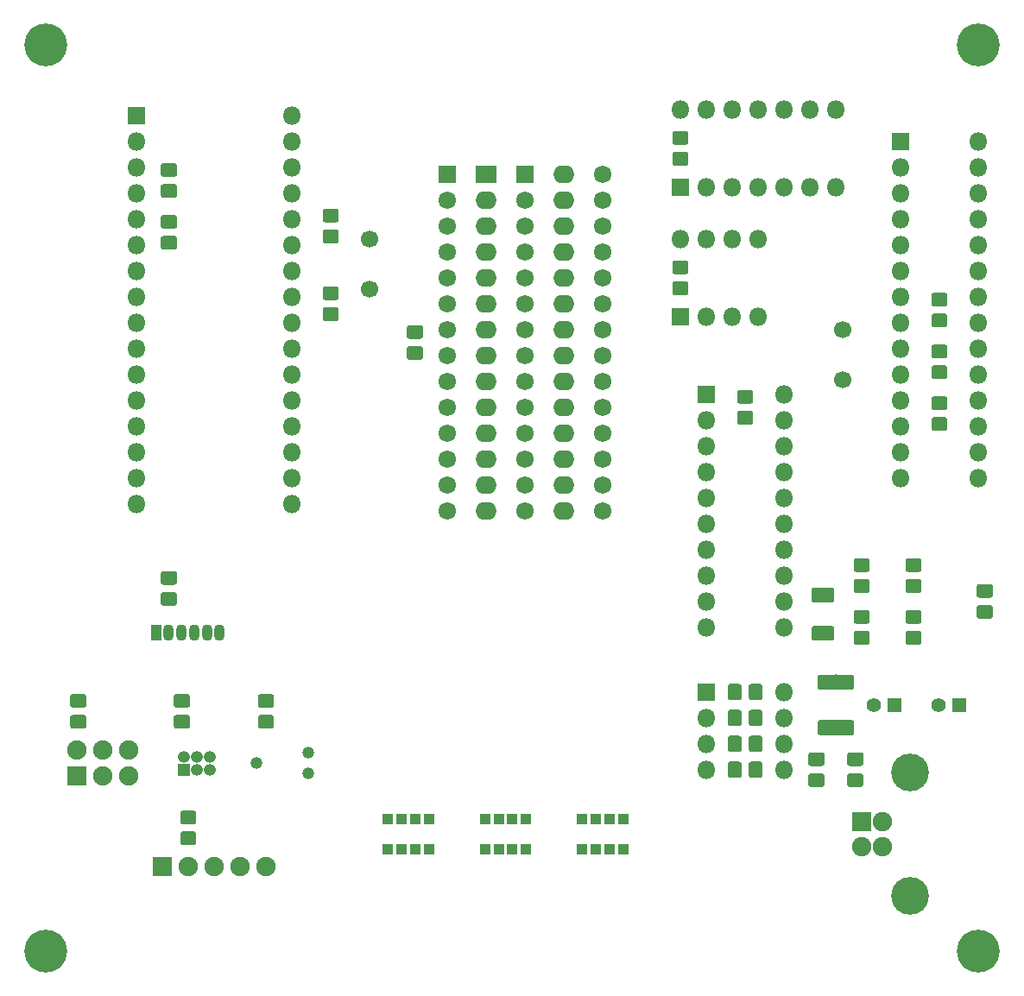
<source format=gbr>
G04 #@! TF.GenerationSoftware,KiCad,Pcbnew,(5.0.0)*
G04 #@! TF.CreationDate,2019-08-14T15:07:07-04:00*
G04 #@! TF.ProjectId,Multi Programmer,4D756C74692050726F6772616D6D6572,rev?*
G04 #@! TF.SameCoordinates,Original*
G04 #@! TF.FileFunction,Soldermask,Bot*
G04 #@! TF.FilePolarity,Negative*
%FSLAX46Y46*%
G04 Gerber Fmt 4.6, Leading zero omitted, Abs format (unit mm)*
G04 Created by KiCad (PCBNEW (5.0.0)) date 08/14/19 15:07:07*
%MOMM*%
%LPD*%
G01*
G04 APERTURE LIST*
%ADD10C,0.100000*%
%ADD11C,1.350000*%
%ADD12C,1.700000*%
%ADD13R,1.800000X1.800000*%
%ADD14O,1.800000X1.800000*%
%ADD15R,1.100000X1.100000*%
%ADD16C,1.450000*%
%ADD17R,1.400000X1.400000*%
%ADD18C,1.400000*%
%ADD19C,1.500000*%
%ADD20R,1.900000X1.900000*%
%ADD21O,1.900000X1.900000*%
%ADD22C,1.190600*%
%ADD23R,1.100000X1.600000*%
%ADD24O,1.100000X1.600000*%
%ADD25R,1.200000X1.200000*%
%ADD26O,1.200000X1.200000*%
%ADD27R,2.000000X1.724000*%
%ADD28O,2.100000X1.724000*%
%ADD29R,1.724000X1.724000*%
%ADD30C,1.724000*%
%ADD31C,1.900000*%
%ADD32C,3.700000*%
%ADD33C,4.200000*%
G04 APERTURE END LIST*
D10*
G04 #@! TO.C,C25*
G36*
X133885289Y-78311413D02*
X133913778Y-78315639D01*
X133941715Y-78322637D01*
X133968832Y-78332340D01*
X133994867Y-78344653D01*
X134019570Y-78359460D01*
X134042703Y-78376616D01*
X134064043Y-78395957D01*
X134083384Y-78417297D01*
X134100540Y-78440430D01*
X134115347Y-78465133D01*
X134127660Y-78491168D01*
X134137363Y-78518285D01*
X134144361Y-78546222D01*
X134148587Y-78574711D01*
X134150000Y-78603477D01*
X134150000Y-79366523D01*
X134148587Y-79395289D01*
X134144361Y-79423778D01*
X134137363Y-79451715D01*
X134127660Y-79478832D01*
X134115347Y-79504867D01*
X134100540Y-79529570D01*
X134083384Y-79552703D01*
X134064043Y-79574043D01*
X134042703Y-79593384D01*
X134019570Y-79610540D01*
X133994867Y-79625347D01*
X133968832Y-79637660D01*
X133941715Y-79647363D01*
X133913778Y-79654361D01*
X133885289Y-79658587D01*
X133856523Y-79660000D01*
X132843477Y-79660000D01*
X132814711Y-79658587D01*
X132786222Y-79654361D01*
X132758285Y-79647363D01*
X132731168Y-79637660D01*
X132705133Y-79625347D01*
X132680430Y-79610540D01*
X132657297Y-79593384D01*
X132635957Y-79574043D01*
X132616616Y-79552703D01*
X132599460Y-79529570D01*
X132584653Y-79504867D01*
X132572340Y-79478832D01*
X132562637Y-79451715D01*
X132555639Y-79423778D01*
X132551413Y-79395289D01*
X132550000Y-79366523D01*
X132550000Y-78603477D01*
X132551413Y-78574711D01*
X132555639Y-78546222D01*
X132562637Y-78518285D01*
X132572340Y-78491168D01*
X132584653Y-78465133D01*
X132599460Y-78440430D01*
X132616616Y-78417297D01*
X132635957Y-78395957D01*
X132657297Y-78376616D01*
X132680430Y-78359460D01*
X132705133Y-78344653D01*
X132731168Y-78332340D01*
X132758285Y-78322637D01*
X132786222Y-78315639D01*
X132814711Y-78311413D01*
X132843477Y-78310000D01*
X133856523Y-78310000D01*
X133885289Y-78311413D01*
X133885289Y-78311413D01*
G37*
D11*
X133350000Y-78985000D03*
D10*
G36*
X133885289Y-80361413D02*
X133913778Y-80365639D01*
X133941715Y-80372637D01*
X133968832Y-80382340D01*
X133994867Y-80394653D01*
X134019570Y-80409460D01*
X134042703Y-80426616D01*
X134064043Y-80445957D01*
X134083384Y-80467297D01*
X134100540Y-80490430D01*
X134115347Y-80515133D01*
X134127660Y-80541168D01*
X134137363Y-80568285D01*
X134144361Y-80596222D01*
X134148587Y-80624711D01*
X134150000Y-80653477D01*
X134150000Y-81416523D01*
X134148587Y-81445289D01*
X134144361Y-81473778D01*
X134137363Y-81501715D01*
X134127660Y-81528832D01*
X134115347Y-81554867D01*
X134100540Y-81579570D01*
X134083384Y-81602703D01*
X134064043Y-81624043D01*
X134042703Y-81643384D01*
X134019570Y-81660540D01*
X133994867Y-81675347D01*
X133968832Y-81687660D01*
X133941715Y-81697363D01*
X133913778Y-81704361D01*
X133885289Y-81708587D01*
X133856523Y-81710000D01*
X132843477Y-81710000D01*
X132814711Y-81708587D01*
X132786222Y-81704361D01*
X132758285Y-81697363D01*
X132731168Y-81687660D01*
X132705133Y-81675347D01*
X132680430Y-81660540D01*
X132657297Y-81643384D01*
X132635957Y-81624043D01*
X132616616Y-81602703D01*
X132599460Y-81579570D01*
X132584653Y-81554867D01*
X132572340Y-81528832D01*
X132562637Y-81501715D01*
X132555639Y-81473778D01*
X132551413Y-81445289D01*
X132550000Y-81416523D01*
X132550000Y-80653477D01*
X132551413Y-80624711D01*
X132555639Y-80596222D01*
X132562637Y-80568285D01*
X132572340Y-80541168D01*
X132584653Y-80515133D01*
X132599460Y-80490430D01*
X132616616Y-80467297D01*
X132635957Y-80445957D01*
X132657297Y-80426616D01*
X132680430Y-80409460D01*
X132705133Y-80394653D01*
X132731168Y-80382340D01*
X132758285Y-80372637D01*
X132786222Y-80365639D01*
X132814711Y-80361413D01*
X132843477Y-80360000D01*
X133856523Y-80360000D01*
X133885289Y-80361413D01*
X133885289Y-80361413D01*
G37*
D11*
X133350000Y-81035000D03*
G04 #@! TD*
D10*
G04 #@! TO.C,C24*
G36*
X133885289Y-70691413D02*
X133913778Y-70695639D01*
X133941715Y-70702637D01*
X133968832Y-70712340D01*
X133994867Y-70724653D01*
X134019570Y-70739460D01*
X134042703Y-70756616D01*
X134064043Y-70775957D01*
X134083384Y-70797297D01*
X134100540Y-70820430D01*
X134115347Y-70845133D01*
X134127660Y-70871168D01*
X134137363Y-70898285D01*
X134144361Y-70926222D01*
X134148587Y-70954711D01*
X134150000Y-70983477D01*
X134150000Y-71746523D01*
X134148587Y-71775289D01*
X134144361Y-71803778D01*
X134137363Y-71831715D01*
X134127660Y-71858832D01*
X134115347Y-71884867D01*
X134100540Y-71909570D01*
X134083384Y-71932703D01*
X134064043Y-71954043D01*
X134042703Y-71973384D01*
X134019570Y-71990540D01*
X133994867Y-72005347D01*
X133968832Y-72017660D01*
X133941715Y-72027363D01*
X133913778Y-72034361D01*
X133885289Y-72038587D01*
X133856523Y-72040000D01*
X132843477Y-72040000D01*
X132814711Y-72038587D01*
X132786222Y-72034361D01*
X132758285Y-72027363D01*
X132731168Y-72017660D01*
X132705133Y-72005347D01*
X132680430Y-71990540D01*
X132657297Y-71973384D01*
X132635957Y-71954043D01*
X132616616Y-71932703D01*
X132599460Y-71909570D01*
X132584653Y-71884867D01*
X132572340Y-71858832D01*
X132562637Y-71831715D01*
X132555639Y-71803778D01*
X132551413Y-71775289D01*
X132550000Y-71746523D01*
X132550000Y-70983477D01*
X132551413Y-70954711D01*
X132555639Y-70926222D01*
X132562637Y-70898285D01*
X132572340Y-70871168D01*
X132584653Y-70845133D01*
X132599460Y-70820430D01*
X132616616Y-70797297D01*
X132635957Y-70775957D01*
X132657297Y-70756616D01*
X132680430Y-70739460D01*
X132705133Y-70724653D01*
X132731168Y-70712340D01*
X132758285Y-70702637D01*
X132786222Y-70695639D01*
X132814711Y-70691413D01*
X132843477Y-70690000D01*
X133856523Y-70690000D01*
X133885289Y-70691413D01*
X133885289Y-70691413D01*
G37*
D11*
X133350000Y-71365000D03*
D10*
G36*
X133885289Y-72741413D02*
X133913778Y-72745639D01*
X133941715Y-72752637D01*
X133968832Y-72762340D01*
X133994867Y-72774653D01*
X134019570Y-72789460D01*
X134042703Y-72806616D01*
X134064043Y-72825957D01*
X134083384Y-72847297D01*
X134100540Y-72870430D01*
X134115347Y-72895133D01*
X134127660Y-72921168D01*
X134137363Y-72948285D01*
X134144361Y-72976222D01*
X134148587Y-73004711D01*
X134150000Y-73033477D01*
X134150000Y-73796523D01*
X134148587Y-73825289D01*
X134144361Y-73853778D01*
X134137363Y-73881715D01*
X134127660Y-73908832D01*
X134115347Y-73934867D01*
X134100540Y-73959570D01*
X134083384Y-73982703D01*
X134064043Y-74004043D01*
X134042703Y-74023384D01*
X134019570Y-74040540D01*
X133994867Y-74055347D01*
X133968832Y-74067660D01*
X133941715Y-74077363D01*
X133913778Y-74084361D01*
X133885289Y-74088587D01*
X133856523Y-74090000D01*
X132843477Y-74090000D01*
X132814711Y-74088587D01*
X132786222Y-74084361D01*
X132758285Y-74077363D01*
X132731168Y-74067660D01*
X132705133Y-74055347D01*
X132680430Y-74040540D01*
X132657297Y-74023384D01*
X132635957Y-74004043D01*
X132616616Y-73982703D01*
X132599460Y-73959570D01*
X132584653Y-73934867D01*
X132572340Y-73908832D01*
X132562637Y-73881715D01*
X132555639Y-73853778D01*
X132551413Y-73825289D01*
X132550000Y-73796523D01*
X132550000Y-73033477D01*
X132551413Y-73004711D01*
X132555639Y-72976222D01*
X132562637Y-72948285D01*
X132572340Y-72921168D01*
X132584653Y-72895133D01*
X132599460Y-72870430D01*
X132616616Y-72847297D01*
X132635957Y-72825957D01*
X132657297Y-72806616D01*
X132680430Y-72789460D01*
X132705133Y-72774653D01*
X132731168Y-72762340D01*
X132758285Y-72752637D01*
X132786222Y-72745639D01*
X132814711Y-72741413D01*
X132843477Y-72740000D01*
X133856523Y-72740000D01*
X133885289Y-72741413D01*
X133885289Y-72741413D01*
G37*
D11*
X133350000Y-73415000D03*
G04 #@! TD*
D12*
G04 #@! TO.C,Y2*
X137160000Y-73660000D03*
X137160000Y-78560000D03*
G04 #@! TD*
D13*
G04 #@! TO.C,SK4*
X167640000Y-68580000D03*
D14*
X182880000Y-60960000D03*
X170180000Y-68580000D03*
X180340000Y-60960000D03*
X172720000Y-68580000D03*
X177800000Y-60960000D03*
X175260000Y-68580000D03*
X175260000Y-60960000D03*
X177800000Y-68580000D03*
X172720000Y-60960000D03*
X180340000Y-68580000D03*
X170180000Y-60960000D03*
X182880000Y-68580000D03*
X167640000Y-60960000D03*
G04 #@! TD*
D13*
G04 #@! TO.C,SK3*
X167640000Y-81280000D03*
D14*
X175260000Y-73660000D03*
X170180000Y-81280000D03*
X172720000Y-73660000D03*
X172720000Y-81280000D03*
X170180000Y-73660000D03*
X175260000Y-81280000D03*
X167640000Y-73660000D03*
G04 #@! TD*
D15*
G04 #@! TO.C,RN1*
X138970000Y-130580000D03*
X142970000Y-130580000D03*
X140310000Y-130580000D03*
X141630000Y-130580000D03*
X140310000Y-133580000D03*
X138970000Y-133580000D03*
X142970000Y-133580000D03*
X141630000Y-133580000D03*
G04 #@! TD*
G04 #@! TO.C,RN2*
X160680000Y-133580000D03*
X162020000Y-133580000D03*
X158020000Y-133580000D03*
X159360000Y-133580000D03*
X160680000Y-130580000D03*
X159360000Y-130580000D03*
X162020000Y-130580000D03*
X158020000Y-130580000D03*
G04 #@! TD*
G04 #@! TO.C,RN3*
X152495000Y-133580000D03*
X148495000Y-133580000D03*
X151155000Y-133580000D03*
X149835000Y-133580000D03*
X151155000Y-130580000D03*
X152495000Y-130580000D03*
X148495000Y-130580000D03*
X149835000Y-130580000D03*
G04 #@! TD*
D10*
G04 #@! TO.C,D11*
G36*
X182505971Y-111641089D02*
X182527929Y-111644346D01*
X182549462Y-111649740D01*
X182570363Y-111657218D01*
X182590430Y-111666709D01*
X182609470Y-111678122D01*
X182627300Y-111691345D01*
X182643748Y-111706252D01*
X182658655Y-111722700D01*
X182671878Y-111740530D01*
X182683291Y-111759570D01*
X182692782Y-111779637D01*
X182700260Y-111800538D01*
X182705654Y-111822071D01*
X182708911Y-111844029D01*
X182710000Y-111866200D01*
X182710000Y-112863800D01*
X182708911Y-112885971D01*
X182705654Y-112907929D01*
X182700260Y-112929462D01*
X182692782Y-112950363D01*
X182683291Y-112970430D01*
X182671878Y-112989470D01*
X182658655Y-113007300D01*
X182643748Y-113023748D01*
X182627300Y-113038655D01*
X182609470Y-113051878D01*
X182590430Y-113063291D01*
X182570363Y-113072782D01*
X182549462Y-113080260D01*
X182527929Y-113085654D01*
X182505971Y-113088911D01*
X182483800Y-113090000D01*
X180736200Y-113090000D01*
X180714029Y-113088911D01*
X180692071Y-113085654D01*
X180670538Y-113080260D01*
X180649637Y-113072782D01*
X180629570Y-113063291D01*
X180610530Y-113051878D01*
X180592700Y-113038655D01*
X180576252Y-113023748D01*
X180561345Y-113007300D01*
X180548122Y-112989470D01*
X180536709Y-112970430D01*
X180527218Y-112950363D01*
X180519740Y-112929462D01*
X180514346Y-112907929D01*
X180511089Y-112885971D01*
X180510000Y-112863800D01*
X180510000Y-111866200D01*
X180511089Y-111844029D01*
X180514346Y-111822071D01*
X180519740Y-111800538D01*
X180527218Y-111779637D01*
X180536709Y-111759570D01*
X180548122Y-111740530D01*
X180561345Y-111722700D01*
X180576252Y-111706252D01*
X180592700Y-111691345D01*
X180610530Y-111678122D01*
X180629570Y-111666709D01*
X180649637Y-111657218D01*
X180670538Y-111649740D01*
X180692071Y-111644346D01*
X180714029Y-111641089D01*
X180736200Y-111640000D01*
X182483800Y-111640000D01*
X182505971Y-111641089D01*
X182505971Y-111641089D01*
G37*
D16*
X181610000Y-112365000D03*
D10*
G36*
X182505971Y-107891089D02*
X182527929Y-107894346D01*
X182549462Y-107899740D01*
X182570363Y-107907218D01*
X182590430Y-107916709D01*
X182609470Y-107928122D01*
X182627300Y-107941345D01*
X182643748Y-107956252D01*
X182658655Y-107972700D01*
X182671878Y-107990530D01*
X182683291Y-108009570D01*
X182692782Y-108029637D01*
X182700260Y-108050538D01*
X182705654Y-108072071D01*
X182708911Y-108094029D01*
X182710000Y-108116200D01*
X182710000Y-109113800D01*
X182708911Y-109135971D01*
X182705654Y-109157929D01*
X182700260Y-109179462D01*
X182692782Y-109200363D01*
X182683291Y-109220430D01*
X182671878Y-109239470D01*
X182658655Y-109257300D01*
X182643748Y-109273748D01*
X182627300Y-109288655D01*
X182609470Y-109301878D01*
X182590430Y-109313291D01*
X182570363Y-109322782D01*
X182549462Y-109330260D01*
X182527929Y-109335654D01*
X182505971Y-109338911D01*
X182483800Y-109340000D01*
X180736200Y-109340000D01*
X180714029Y-109338911D01*
X180692071Y-109335654D01*
X180670538Y-109330260D01*
X180649637Y-109322782D01*
X180629570Y-109313291D01*
X180610530Y-109301878D01*
X180592700Y-109288655D01*
X180576252Y-109273748D01*
X180561345Y-109257300D01*
X180548122Y-109239470D01*
X180536709Y-109220430D01*
X180527218Y-109200363D01*
X180519740Y-109179462D01*
X180514346Y-109157929D01*
X180511089Y-109135971D01*
X180510000Y-109113800D01*
X180510000Y-108116200D01*
X180511089Y-108094029D01*
X180514346Y-108072071D01*
X180519740Y-108050538D01*
X180527218Y-108029637D01*
X180536709Y-108009570D01*
X180548122Y-107990530D01*
X180561345Y-107972700D01*
X180576252Y-107956252D01*
X180592700Y-107941345D01*
X180610530Y-107928122D01*
X180629570Y-107916709D01*
X180649637Y-107907218D01*
X180670538Y-107899740D01*
X180692071Y-107894346D01*
X180714029Y-107891089D01*
X180736200Y-107890000D01*
X182483800Y-107890000D01*
X182505971Y-107891089D01*
X182505971Y-107891089D01*
G37*
D16*
X181610000Y-108615000D03*
G04 #@! TD*
D10*
G04 #@! TO.C,C23*
G36*
X118010289Y-106251413D02*
X118038778Y-106255639D01*
X118066715Y-106262637D01*
X118093832Y-106272340D01*
X118119867Y-106284653D01*
X118144570Y-106299460D01*
X118167703Y-106316616D01*
X118189043Y-106335957D01*
X118208384Y-106357297D01*
X118225540Y-106380430D01*
X118240347Y-106405133D01*
X118252660Y-106431168D01*
X118262363Y-106458285D01*
X118269361Y-106486222D01*
X118273587Y-106514711D01*
X118275000Y-106543477D01*
X118275000Y-107306523D01*
X118273587Y-107335289D01*
X118269361Y-107363778D01*
X118262363Y-107391715D01*
X118252660Y-107418832D01*
X118240347Y-107444867D01*
X118225540Y-107469570D01*
X118208384Y-107492703D01*
X118189043Y-107514043D01*
X118167703Y-107533384D01*
X118144570Y-107550540D01*
X118119867Y-107565347D01*
X118093832Y-107577660D01*
X118066715Y-107587363D01*
X118038778Y-107594361D01*
X118010289Y-107598587D01*
X117981523Y-107600000D01*
X116968477Y-107600000D01*
X116939711Y-107598587D01*
X116911222Y-107594361D01*
X116883285Y-107587363D01*
X116856168Y-107577660D01*
X116830133Y-107565347D01*
X116805430Y-107550540D01*
X116782297Y-107533384D01*
X116760957Y-107514043D01*
X116741616Y-107492703D01*
X116724460Y-107469570D01*
X116709653Y-107444867D01*
X116697340Y-107418832D01*
X116687637Y-107391715D01*
X116680639Y-107363778D01*
X116676413Y-107335289D01*
X116675000Y-107306523D01*
X116675000Y-106543477D01*
X116676413Y-106514711D01*
X116680639Y-106486222D01*
X116687637Y-106458285D01*
X116697340Y-106431168D01*
X116709653Y-106405133D01*
X116724460Y-106380430D01*
X116741616Y-106357297D01*
X116760957Y-106335957D01*
X116782297Y-106316616D01*
X116805430Y-106299460D01*
X116830133Y-106284653D01*
X116856168Y-106272340D01*
X116883285Y-106262637D01*
X116911222Y-106255639D01*
X116939711Y-106251413D01*
X116968477Y-106250000D01*
X117981523Y-106250000D01*
X118010289Y-106251413D01*
X118010289Y-106251413D01*
G37*
D11*
X117475000Y-106925000D03*
D10*
G36*
X118010289Y-108301413D02*
X118038778Y-108305639D01*
X118066715Y-108312637D01*
X118093832Y-108322340D01*
X118119867Y-108334653D01*
X118144570Y-108349460D01*
X118167703Y-108366616D01*
X118189043Y-108385957D01*
X118208384Y-108407297D01*
X118225540Y-108430430D01*
X118240347Y-108455133D01*
X118252660Y-108481168D01*
X118262363Y-108508285D01*
X118269361Y-108536222D01*
X118273587Y-108564711D01*
X118275000Y-108593477D01*
X118275000Y-109356523D01*
X118273587Y-109385289D01*
X118269361Y-109413778D01*
X118262363Y-109441715D01*
X118252660Y-109468832D01*
X118240347Y-109494867D01*
X118225540Y-109519570D01*
X118208384Y-109542703D01*
X118189043Y-109564043D01*
X118167703Y-109583384D01*
X118144570Y-109600540D01*
X118119867Y-109615347D01*
X118093832Y-109627660D01*
X118066715Y-109637363D01*
X118038778Y-109644361D01*
X118010289Y-109648587D01*
X117981523Y-109650000D01*
X116968477Y-109650000D01*
X116939711Y-109648587D01*
X116911222Y-109644361D01*
X116883285Y-109637363D01*
X116856168Y-109627660D01*
X116830133Y-109615347D01*
X116805430Y-109600540D01*
X116782297Y-109583384D01*
X116760957Y-109564043D01*
X116741616Y-109542703D01*
X116724460Y-109519570D01*
X116709653Y-109494867D01*
X116697340Y-109468832D01*
X116687637Y-109441715D01*
X116680639Y-109413778D01*
X116676413Y-109385289D01*
X116675000Y-109356523D01*
X116675000Y-108593477D01*
X116676413Y-108564711D01*
X116680639Y-108536222D01*
X116687637Y-108508285D01*
X116697340Y-108481168D01*
X116709653Y-108455133D01*
X116724460Y-108430430D01*
X116741616Y-108407297D01*
X116760957Y-108385957D01*
X116782297Y-108366616D01*
X116805430Y-108349460D01*
X116830133Y-108334653D01*
X116856168Y-108322340D01*
X116883285Y-108312637D01*
X116911222Y-108305639D01*
X116939711Y-108301413D01*
X116968477Y-108300000D01*
X117981523Y-108300000D01*
X118010289Y-108301413D01*
X118010289Y-108301413D01*
G37*
D11*
X117475000Y-108975000D03*
G04 #@! TD*
D10*
G04 #@! TO.C,C19*
G36*
X109120289Y-120366413D02*
X109148778Y-120370639D01*
X109176715Y-120377637D01*
X109203832Y-120387340D01*
X109229867Y-120399653D01*
X109254570Y-120414460D01*
X109277703Y-120431616D01*
X109299043Y-120450957D01*
X109318384Y-120472297D01*
X109335540Y-120495430D01*
X109350347Y-120520133D01*
X109362660Y-120546168D01*
X109372363Y-120573285D01*
X109379361Y-120601222D01*
X109383587Y-120629711D01*
X109385000Y-120658477D01*
X109385000Y-121421523D01*
X109383587Y-121450289D01*
X109379361Y-121478778D01*
X109372363Y-121506715D01*
X109362660Y-121533832D01*
X109350347Y-121559867D01*
X109335540Y-121584570D01*
X109318384Y-121607703D01*
X109299043Y-121629043D01*
X109277703Y-121648384D01*
X109254570Y-121665540D01*
X109229867Y-121680347D01*
X109203832Y-121692660D01*
X109176715Y-121702363D01*
X109148778Y-121709361D01*
X109120289Y-121713587D01*
X109091523Y-121715000D01*
X108078477Y-121715000D01*
X108049711Y-121713587D01*
X108021222Y-121709361D01*
X107993285Y-121702363D01*
X107966168Y-121692660D01*
X107940133Y-121680347D01*
X107915430Y-121665540D01*
X107892297Y-121648384D01*
X107870957Y-121629043D01*
X107851616Y-121607703D01*
X107834460Y-121584570D01*
X107819653Y-121559867D01*
X107807340Y-121533832D01*
X107797637Y-121506715D01*
X107790639Y-121478778D01*
X107786413Y-121450289D01*
X107785000Y-121421523D01*
X107785000Y-120658477D01*
X107786413Y-120629711D01*
X107790639Y-120601222D01*
X107797637Y-120573285D01*
X107807340Y-120546168D01*
X107819653Y-120520133D01*
X107834460Y-120495430D01*
X107851616Y-120472297D01*
X107870957Y-120450957D01*
X107892297Y-120431616D01*
X107915430Y-120414460D01*
X107940133Y-120399653D01*
X107966168Y-120387340D01*
X107993285Y-120377637D01*
X108021222Y-120370639D01*
X108049711Y-120366413D01*
X108078477Y-120365000D01*
X109091523Y-120365000D01*
X109120289Y-120366413D01*
X109120289Y-120366413D01*
G37*
D11*
X108585000Y-121040000D03*
D10*
G36*
X109120289Y-118316413D02*
X109148778Y-118320639D01*
X109176715Y-118327637D01*
X109203832Y-118337340D01*
X109229867Y-118349653D01*
X109254570Y-118364460D01*
X109277703Y-118381616D01*
X109299043Y-118400957D01*
X109318384Y-118422297D01*
X109335540Y-118445430D01*
X109350347Y-118470133D01*
X109362660Y-118496168D01*
X109372363Y-118523285D01*
X109379361Y-118551222D01*
X109383587Y-118579711D01*
X109385000Y-118608477D01*
X109385000Y-119371523D01*
X109383587Y-119400289D01*
X109379361Y-119428778D01*
X109372363Y-119456715D01*
X109362660Y-119483832D01*
X109350347Y-119509867D01*
X109335540Y-119534570D01*
X109318384Y-119557703D01*
X109299043Y-119579043D01*
X109277703Y-119598384D01*
X109254570Y-119615540D01*
X109229867Y-119630347D01*
X109203832Y-119642660D01*
X109176715Y-119652363D01*
X109148778Y-119659361D01*
X109120289Y-119663587D01*
X109091523Y-119665000D01*
X108078477Y-119665000D01*
X108049711Y-119663587D01*
X108021222Y-119659361D01*
X107993285Y-119652363D01*
X107966168Y-119642660D01*
X107940133Y-119630347D01*
X107915430Y-119615540D01*
X107892297Y-119598384D01*
X107870957Y-119579043D01*
X107851616Y-119557703D01*
X107834460Y-119534570D01*
X107819653Y-119509867D01*
X107807340Y-119483832D01*
X107797637Y-119456715D01*
X107790639Y-119428778D01*
X107786413Y-119400289D01*
X107785000Y-119371523D01*
X107785000Y-118608477D01*
X107786413Y-118579711D01*
X107790639Y-118551222D01*
X107797637Y-118523285D01*
X107807340Y-118496168D01*
X107819653Y-118470133D01*
X107834460Y-118445430D01*
X107851616Y-118422297D01*
X107870957Y-118400957D01*
X107892297Y-118381616D01*
X107915430Y-118364460D01*
X107940133Y-118349653D01*
X107966168Y-118337340D01*
X107993285Y-118327637D01*
X108021222Y-118320639D01*
X108049711Y-118316413D01*
X108078477Y-118315000D01*
X109091523Y-118315000D01*
X109120289Y-118316413D01*
X109120289Y-118316413D01*
G37*
D11*
X108585000Y-118990000D03*
G04 #@! TD*
D10*
G04 #@! TO.C,C21*
G36*
X127535289Y-118316413D02*
X127563778Y-118320639D01*
X127591715Y-118327637D01*
X127618832Y-118337340D01*
X127644867Y-118349653D01*
X127669570Y-118364460D01*
X127692703Y-118381616D01*
X127714043Y-118400957D01*
X127733384Y-118422297D01*
X127750540Y-118445430D01*
X127765347Y-118470133D01*
X127777660Y-118496168D01*
X127787363Y-118523285D01*
X127794361Y-118551222D01*
X127798587Y-118579711D01*
X127800000Y-118608477D01*
X127800000Y-119371523D01*
X127798587Y-119400289D01*
X127794361Y-119428778D01*
X127787363Y-119456715D01*
X127777660Y-119483832D01*
X127765347Y-119509867D01*
X127750540Y-119534570D01*
X127733384Y-119557703D01*
X127714043Y-119579043D01*
X127692703Y-119598384D01*
X127669570Y-119615540D01*
X127644867Y-119630347D01*
X127618832Y-119642660D01*
X127591715Y-119652363D01*
X127563778Y-119659361D01*
X127535289Y-119663587D01*
X127506523Y-119665000D01*
X126493477Y-119665000D01*
X126464711Y-119663587D01*
X126436222Y-119659361D01*
X126408285Y-119652363D01*
X126381168Y-119642660D01*
X126355133Y-119630347D01*
X126330430Y-119615540D01*
X126307297Y-119598384D01*
X126285957Y-119579043D01*
X126266616Y-119557703D01*
X126249460Y-119534570D01*
X126234653Y-119509867D01*
X126222340Y-119483832D01*
X126212637Y-119456715D01*
X126205639Y-119428778D01*
X126201413Y-119400289D01*
X126200000Y-119371523D01*
X126200000Y-118608477D01*
X126201413Y-118579711D01*
X126205639Y-118551222D01*
X126212637Y-118523285D01*
X126222340Y-118496168D01*
X126234653Y-118470133D01*
X126249460Y-118445430D01*
X126266616Y-118422297D01*
X126285957Y-118400957D01*
X126307297Y-118381616D01*
X126330430Y-118364460D01*
X126355133Y-118349653D01*
X126381168Y-118337340D01*
X126408285Y-118327637D01*
X126436222Y-118320639D01*
X126464711Y-118316413D01*
X126493477Y-118315000D01*
X127506523Y-118315000D01*
X127535289Y-118316413D01*
X127535289Y-118316413D01*
G37*
D11*
X127000000Y-118990000D03*
D10*
G36*
X127535289Y-120366413D02*
X127563778Y-120370639D01*
X127591715Y-120377637D01*
X127618832Y-120387340D01*
X127644867Y-120399653D01*
X127669570Y-120414460D01*
X127692703Y-120431616D01*
X127714043Y-120450957D01*
X127733384Y-120472297D01*
X127750540Y-120495430D01*
X127765347Y-120520133D01*
X127777660Y-120546168D01*
X127787363Y-120573285D01*
X127794361Y-120601222D01*
X127798587Y-120629711D01*
X127800000Y-120658477D01*
X127800000Y-121421523D01*
X127798587Y-121450289D01*
X127794361Y-121478778D01*
X127787363Y-121506715D01*
X127777660Y-121533832D01*
X127765347Y-121559867D01*
X127750540Y-121584570D01*
X127733384Y-121607703D01*
X127714043Y-121629043D01*
X127692703Y-121648384D01*
X127669570Y-121665540D01*
X127644867Y-121680347D01*
X127618832Y-121692660D01*
X127591715Y-121702363D01*
X127563778Y-121709361D01*
X127535289Y-121713587D01*
X127506523Y-121715000D01*
X126493477Y-121715000D01*
X126464711Y-121713587D01*
X126436222Y-121709361D01*
X126408285Y-121702363D01*
X126381168Y-121692660D01*
X126355133Y-121680347D01*
X126330430Y-121665540D01*
X126307297Y-121648384D01*
X126285957Y-121629043D01*
X126266616Y-121607703D01*
X126249460Y-121584570D01*
X126234653Y-121559867D01*
X126222340Y-121533832D01*
X126212637Y-121506715D01*
X126205639Y-121478778D01*
X126201413Y-121450289D01*
X126200000Y-121421523D01*
X126200000Y-120658477D01*
X126201413Y-120629711D01*
X126205639Y-120601222D01*
X126212637Y-120573285D01*
X126222340Y-120546168D01*
X126234653Y-120520133D01*
X126249460Y-120495430D01*
X126266616Y-120472297D01*
X126285957Y-120450957D01*
X126307297Y-120431616D01*
X126330430Y-120414460D01*
X126355133Y-120399653D01*
X126381168Y-120387340D01*
X126408285Y-120377637D01*
X126436222Y-120370639D01*
X126464711Y-120366413D01*
X126493477Y-120365000D01*
X127506523Y-120365000D01*
X127535289Y-120366413D01*
X127535289Y-120366413D01*
G37*
D11*
X127000000Y-121040000D03*
G04 #@! TD*
D10*
G04 #@! TO.C,C22*
G36*
X119915289Y-131796413D02*
X119943778Y-131800639D01*
X119971715Y-131807637D01*
X119998832Y-131817340D01*
X120024867Y-131829653D01*
X120049570Y-131844460D01*
X120072703Y-131861616D01*
X120094043Y-131880957D01*
X120113384Y-131902297D01*
X120130540Y-131925430D01*
X120145347Y-131950133D01*
X120157660Y-131976168D01*
X120167363Y-132003285D01*
X120174361Y-132031222D01*
X120178587Y-132059711D01*
X120180000Y-132088477D01*
X120180000Y-132851523D01*
X120178587Y-132880289D01*
X120174361Y-132908778D01*
X120167363Y-132936715D01*
X120157660Y-132963832D01*
X120145347Y-132989867D01*
X120130540Y-133014570D01*
X120113384Y-133037703D01*
X120094043Y-133059043D01*
X120072703Y-133078384D01*
X120049570Y-133095540D01*
X120024867Y-133110347D01*
X119998832Y-133122660D01*
X119971715Y-133132363D01*
X119943778Y-133139361D01*
X119915289Y-133143587D01*
X119886523Y-133145000D01*
X118873477Y-133145000D01*
X118844711Y-133143587D01*
X118816222Y-133139361D01*
X118788285Y-133132363D01*
X118761168Y-133122660D01*
X118735133Y-133110347D01*
X118710430Y-133095540D01*
X118687297Y-133078384D01*
X118665957Y-133059043D01*
X118646616Y-133037703D01*
X118629460Y-133014570D01*
X118614653Y-132989867D01*
X118602340Y-132963832D01*
X118592637Y-132936715D01*
X118585639Y-132908778D01*
X118581413Y-132880289D01*
X118580000Y-132851523D01*
X118580000Y-132088477D01*
X118581413Y-132059711D01*
X118585639Y-132031222D01*
X118592637Y-132003285D01*
X118602340Y-131976168D01*
X118614653Y-131950133D01*
X118629460Y-131925430D01*
X118646616Y-131902297D01*
X118665957Y-131880957D01*
X118687297Y-131861616D01*
X118710430Y-131844460D01*
X118735133Y-131829653D01*
X118761168Y-131817340D01*
X118788285Y-131807637D01*
X118816222Y-131800639D01*
X118844711Y-131796413D01*
X118873477Y-131795000D01*
X119886523Y-131795000D01*
X119915289Y-131796413D01*
X119915289Y-131796413D01*
G37*
D11*
X119380000Y-132470000D03*
D10*
G36*
X119915289Y-129746413D02*
X119943778Y-129750639D01*
X119971715Y-129757637D01*
X119998832Y-129767340D01*
X120024867Y-129779653D01*
X120049570Y-129794460D01*
X120072703Y-129811616D01*
X120094043Y-129830957D01*
X120113384Y-129852297D01*
X120130540Y-129875430D01*
X120145347Y-129900133D01*
X120157660Y-129926168D01*
X120167363Y-129953285D01*
X120174361Y-129981222D01*
X120178587Y-130009711D01*
X120180000Y-130038477D01*
X120180000Y-130801523D01*
X120178587Y-130830289D01*
X120174361Y-130858778D01*
X120167363Y-130886715D01*
X120157660Y-130913832D01*
X120145347Y-130939867D01*
X120130540Y-130964570D01*
X120113384Y-130987703D01*
X120094043Y-131009043D01*
X120072703Y-131028384D01*
X120049570Y-131045540D01*
X120024867Y-131060347D01*
X119998832Y-131072660D01*
X119971715Y-131082363D01*
X119943778Y-131089361D01*
X119915289Y-131093587D01*
X119886523Y-131095000D01*
X118873477Y-131095000D01*
X118844711Y-131093587D01*
X118816222Y-131089361D01*
X118788285Y-131082363D01*
X118761168Y-131072660D01*
X118735133Y-131060347D01*
X118710430Y-131045540D01*
X118687297Y-131028384D01*
X118665957Y-131009043D01*
X118646616Y-130987703D01*
X118629460Y-130964570D01*
X118614653Y-130939867D01*
X118602340Y-130913832D01*
X118592637Y-130886715D01*
X118585639Y-130858778D01*
X118581413Y-130830289D01*
X118580000Y-130801523D01*
X118580000Y-130038477D01*
X118581413Y-130009711D01*
X118585639Y-129981222D01*
X118592637Y-129953285D01*
X118602340Y-129926168D01*
X118614653Y-129900133D01*
X118629460Y-129875430D01*
X118646616Y-129852297D01*
X118665957Y-129830957D01*
X118687297Y-129811616D01*
X118710430Y-129794460D01*
X118735133Y-129779653D01*
X118761168Y-129767340D01*
X118788285Y-129757637D01*
X118816222Y-129750639D01*
X118844711Y-129746413D01*
X118873477Y-129745000D01*
X119886523Y-129745000D01*
X119915289Y-129746413D01*
X119915289Y-129746413D01*
G37*
D11*
X119380000Y-130420000D03*
G04 #@! TD*
D10*
G04 #@! TO.C,C20*
G36*
X119280289Y-118316413D02*
X119308778Y-118320639D01*
X119336715Y-118327637D01*
X119363832Y-118337340D01*
X119389867Y-118349653D01*
X119414570Y-118364460D01*
X119437703Y-118381616D01*
X119459043Y-118400957D01*
X119478384Y-118422297D01*
X119495540Y-118445430D01*
X119510347Y-118470133D01*
X119522660Y-118496168D01*
X119532363Y-118523285D01*
X119539361Y-118551222D01*
X119543587Y-118579711D01*
X119545000Y-118608477D01*
X119545000Y-119371523D01*
X119543587Y-119400289D01*
X119539361Y-119428778D01*
X119532363Y-119456715D01*
X119522660Y-119483832D01*
X119510347Y-119509867D01*
X119495540Y-119534570D01*
X119478384Y-119557703D01*
X119459043Y-119579043D01*
X119437703Y-119598384D01*
X119414570Y-119615540D01*
X119389867Y-119630347D01*
X119363832Y-119642660D01*
X119336715Y-119652363D01*
X119308778Y-119659361D01*
X119280289Y-119663587D01*
X119251523Y-119665000D01*
X118238477Y-119665000D01*
X118209711Y-119663587D01*
X118181222Y-119659361D01*
X118153285Y-119652363D01*
X118126168Y-119642660D01*
X118100133Y-119630347D01*
X118075430Y-119615540D01*
X118052297Y-119598384D01*
X118030957Y-119579043D01*
X118011616Y-119557703D01*
X117994460Y-119534570D01*
X117979653Y-119509867D01*
X117967340Y-119483832D01*
X117957637Y-119456715D01*
X117950639Y-119428778D01*
X117946413Y-119400289D01*
X117945000Y-119371523D01*
X117945000Y-118608477D01*
X117946413Y-118579711D01*
X117950639Y-118551222D01*
X117957637Y-118523285D01*
X117967340Y-118496168D01*
X117979653Y-118470133D01*
X117994460Y-118445430D01*
X118011616Y-118422297D01*
X118030957Y-118400957D01*
X118052297Y-118381616D01*
X118075430Y-118364460D01*
X118100133Y-118349653D01*
X118126168Y-118337340D01*
X118153285Y-118327637D01*
X118181222Y-118320639D01*
X118209711Y-118316413D01*
X118238477Y-118315000D01*
X119251523Y-118315000D01*
X119280289Y-118316413D01*
X119280289Y-118316413D01*
G37*
D11*
X118745000Y-118990000D03*
D10*
G36*
X119280289Y-120366413D02*
X119308778Y-120370639D01*
X119336715Y-120377637D01*
X119363832Y-120387340D01*
X119389867Y-120399653D01*
X119414570Y-120414460D01*
X119437703Y-120431616D01*
X119459043Y-120450957D01*
X119478384Y-120472297D01*
X119495540Y-120495430D01*
X119510347Y-120520133D01*
X119522660Y-120546168D01*
X119532363Y-120573285D01*
X119539361Y-120601222D01*
X119543587Y-120629711D01*
X119545000Y-120658477D01*
X119545000Y-121421523D01*
X119543587Y-121450289D01*
X119539361Y-121478778D01*
X119532363Y-121506715D01*
X119522660Y-121533832D01*
X119510347Y-121559867D01*
X119495540Y-121584570D01*
X119478384Y-121607703D01*
X119459043Y-121629043D01*
X119437703Y-121648384D01*
X119414570Y-121665540D01*
X119389867Y-121680347D01*
X119363832Y-121692660D01*
X119336715Y-121702363D01*
X119308778Y-121709361D01*
X119280289Y-121713587D01*
X119251523Y-121715000D01*
X118238477Y-121715000D01*
X118209711Y-121713587D01*
X118181222Y-121709361D01*
X118153285Y-121702363D01*
X118126168Y-121692660D01*
X118100133Y-121680347D01*
X118075430Y-121665540D01*
X118052297Y-121648384D01*
X118030957Y-121629043D01*
X118011616Y-121607703D01*
X117994460Y-121584570D01*
X117979653Y-121559867D01*
X117967340Y-121533832D01*
X117957637Y-121506715D01*
X117950639Y-121478778D01*
X117946413Y-121450289D01*
X117945000Y-121421523D01*
X117945000Y-120658477D01*
X117946413Y-120629711D01*
X117950639Y-120601222D01*
X117957637Y-120573285D01*
X117967340Y-120546168D01*
X117979653Y-120520133D01*
X117994460Y-120495430D01*
X118011616Y-120472297D01*
X118030957Y-120450957D01*
X118052297Y-120431616D01*
X118075430Y-120414460D01*
X118100133Y-120399653D01*
X118126168Y-120387340D01*
X118153285Y-120377637D01*
X118181222Y-120370639D01*
X118209711Y-120366413D01*
X118238477Y-120365000D01*
X119251523Y-120365000D01*
X119280289Y-120366413D01*
X119280289Y-120366413D01*
G37*
D11*
X118745000Y-121040000D03*
G04 #@! TD*
D10*
G04 #@! TO.C,C18*
G36*
X118010289Y-71326413D02*
X118038778Y-71330639D01*
X118066715Y-71337637D01*
X118093832Y-71347340D01*
X118119867Y-71359653D01*
X118144570Y-71374460D01*
X118167703Y-71391616D01*
X118189043Y-71410957D01*
X118208384Y-71432297D01*
X118225540Y-71455430D01*
X118240347Y-71480133D01*
X118252660Y-71506168D01*
X118262363Y-71533285D01*
X118269361Y-71561222D01*
X118273587Y-71589711D01*
X118275000Y-71618477D01*
X118275000Y-72381523D01*
X118273587Y-72410289D01*
X118269361Y-72438778D01*
X118262363Y-72466715D01*
X118252660Y-72493832D01*
X118240347Y-72519867D01*
X118225540Y-72544570D01*
X118208384Y-72567703D01*
X118189043Y-72589043D01*
X118167703Y-72608384D01*
X118144570Y-72625540D01*
X118119867Y-72640347D01*
X118093832Y-72652660D01*
X118066715Y-72662363D01*
X118038778Y-72669361D01*
X118010289Y-72673587D01*
X117981523Y-72675000D01*
X116968477Y-72675000D01*
X116939711Y-72673587D01*
X116911222Y-72669361D01*
X116883285Y-72662363D01*
X116856168Y-72652660D01*
X116830133Y-72640347D01*
X116805430Y-72625540D01*
X116782297Y-72608384D01*
X116760957Y-72589043D01*
X116741616Y-72567703D01*
X116724460Y-72544570D01*
X116709653Y-72519867D01*
X116697340Y-72493832D01*
X116687637Y-72466715D01*
X116680639Y-72438778D01*
X116676413Y-72410289D01*
X116675000Y-72381523D01*
X116675000Y-71618477D01*
X116676413Y-71589711D01*
X116680639Y-71561222D01*
X116687637Y-71533285D01*
X116697340Y-71506168D01*
X116709653Y-71480133D01*
X116724460Y-71455430D01*
X116741616Y-71432297D01*
X116760957Y-71410957D01*
X116782297Y-71391616D01*
X116805430Y-71374460D01*
X116830133Y-71359653D01*
X116856168Y-71347340D01*
X116883285Y-71337637D01*
X116911222Y-71330639D01*
X116939711Y-71326413D01*
X116968477Y-71325000D01*
X117981523Y-71325000D01*
X118010289Y-71326413D01*
X118010289Y-71326413D01*
G37*
D11*
X117475000Y-72000000D03*
D10*
G36*
X118010289Y-73376413D02*
X118038778Y-73380639D01*
X118066715Y-73387637D01*
X118093832Y-73397340D01*
X118119867Y-73409653D01*
X118144570Y-73424460D01*
X118167703Y-73441616D01*
X118189043Y-73460957D01*
X118208384Y-73482297D01*
X118225540Y-73505430D01*
X118240347Y-73530133D01*
X118252660Y-73556168D01*
X118262363Y-73583285D01*
X118269361Y-73611222D01*
X118273587Y-73639711D01*
X118275000Y-73668477D01*
X118275000Y-74431523D01*
X118273587Y-74460289D01*
X118269361Y-74488778D01*
X118262363Y-74516715D01*
X118252660Y-74543832D01*
X118240347Y-74569867D01*
X118225540Y-74594570D01*
X118208384Y-74617703D01*
X118189043Y-74639043D01*
X118167703Y-74658384D01*
X118144570Y-74675540D01*
X118119867Y-74690347D01*
X118093832Y-74702660D01*
X118066715Y-74712363D01*
X118038778Y-74719361D01*
X118010289Y-74723587D01*
X117981523Y-74725000D01*
X116968477Y-74725000D01*
X116939711Y-74723587D01*
X116911222Y-74719361D01*
X116883285Y-74712363D01*
X116856168Y-74702660D01*
X116830133Y-74690347D01*
X116805430Y-74675540D01*
X116782297Y-74658384D01*
X116760957Y-74639043D01*
X116741616Y-74617703D01*
X116724460Y-74594570D01*
X116709653Y-74569867D01*
X116697340Y-74543832D01*
X116687637Y-74516715D01*
X116680639Y-74488778D01*
X116676413Y-74460289D01*
X116675000Y-74431523D01*
X116675000Y-73668477D01*
X116676413Y-73639711D01*
X116680639Y-73611222D01*
X116687637Y-73583285D01*
X116697340Y-73556168D01*
X116709653Y-73530133D01*
X116724460Y-73505430D01*
X116741616Y-73482297D01*
X116760957Y-73460957D01*
X116782297Y-73441616D01*
X116805430Y-73424460D01*
X116830133Y-73409653D01*
X116856168Y-73397340D01*
X116883285Y-73387637D01*
X116911222Y-73380639D01*
X116939711Y-73376413D01*
X116968477Y-73375000D01*
X117981523Y-73375000D01*
X118010289Y-73376413D01*
X118010289Y-73376413D01*
G37*
D11*
X117475000Y-74050000D03*
G04 #@! TD*
D10*
G04 #@! TO.C,C17*
G36*
X173375289Y-117311413D02*
X173403778Y-117315639D01*
X173431715Y-117322637D01*
X173458832Y-117332340D01*
X173484867Y-117344653D01*
X173509570Y-117359460D01*
X173532703Y-117376616D01*
X173554043Y-117395957D01*
X173573384Y-117417297D01*
X173590540Y-117440430D01*
X173605347Y-117465133D01*
X173617660Y-117491168D01*
X173627363Y-117518285D01*
X173634361Y-117546222D01*
X173638587Y-117574711D01*
X173640000Y-117603477D01*
X173640000Y-118616523D01*
X173638587Y-118645289D01*
X173634361Y-118673778D01*
X173627363Y-118701715D01*
X173617660Y-118728832D01*
X173605347Y-118754867D01*
X173590540Y-118779570D01*
X173573384Y-118802703D01*
X173554043Y-118824043D01*
X173532703Y-118843384D01*
X173509570Y-118860540D01*
X173484867Y-118875347D01*
X173458832Y-118887660D01*
X173431715Y-118897363D01*
X173403778Y-118904361D01*
X173375289Y-118908587D01*
X173346523Y-118910000D01*
X172583477Y-118910000D01*
X172554711Y-118908587D01*
X172526222Y-118904361D01*
X172498285Y-118897363D01*
X172471168Y-118887660D01*
X172445133Y-118875347D01*
X172420430Y-118860540D01*
X172397297Y-118843384D01*
X172375957Y-118824043D01*
X172356616Y-118802703D01*
X172339460Y-118779570D01*
X172324653Y-118754867D01*
X172312340Y-118728832D01*
X172302637Y-118701715D01*
X172295639Y-118673778D01*
X172291413Y-118645289D01*
X172290000Y-118616523D01*
X172290000Y-117603477D01*
X172291413Y-117574711D01*
X172295639Y-117546222D01*
X172302637Y-117518285D01*
X172312340Y-117491168D01*
X172324653Y-117465133D01*
X172339460Y-117440430D01*
X172356616Y-117417297D01*
X172375957Y-117395957D01*
X172397297Y-117376616D01*
X172420430Y-117359460D01*
X172445133Y-117344653D01*
X172471168Y-117332340D01*
X172498285Y-117322637D01*
X172526222Y-117315639D01*
X172554711Y-117311413D01*
X172583477Y-117310000D01*
X173346523Y-117310000D01*
X173375289Y-117311413D01*
X173375289Y-117311413D01*
G37*
D11*
X172965000Y-118110000D03*
D10*
G36*
X175425289Y-117311413D02*
X175453778Y-117315639D01*
X175481715Y-117322637D01*
X175508832Y-117332340D01*
X175534867Y-117344653D01*
X175559570Y-117359460D01*
X175582703Y-117376616D01*
X175604043Y-117395957D01*
X175623384Y-117417297D01*
X175640540Y-117440430D01*
X175655347Y-117465133D01*
X175667660Y-117491168D01*
X175677363Y-117518285D01*
X175684361Y-117546222D01*
X175688587Y-117574711D01*
X175690000Y-117603477D01*
X175690000Y-118616523D01*
X175688587Y-118645289D01*
X175684361Y-118673778D01*
X175677363Y-118701715D01*
X175667660Y-118728832D01*
X175655347Y-118754867D01*
X175640540Y-118779570D01*
X175623384Y-118802703D01*
X175604043Y-118824043D01*
X175582703Y-118843384D01*
X175559570Y-118860540D01*
X175534867Y-118875347D01*
X175508832Y-118887660D01*
X175481715Y-118897363D01*
X175453778Y-118904361D01*
X175425289Y-118908587D01*
X175396523Y-118910000D01*
X174633477Y-118910000D01*
X174604711Y-118908587D01*
X174576222Y-118904361D01*
X174548285Y-118897363D01*
X174521168Y-118887660D01*
X174495133Y-118875347D01*
X174470430Y-118860540D01*
X174447297Y-118843384D01*
X174425957Y-118824043D01*
X174406616Y-118802703D01*
X174389460Y-118779570D01*
X174374653Y-118754867D01*
X174362340Y-118728832D01*
X174352637Y-118701715D01*
X174345639Y-118673778D01*
X174341413Y-118645289D01*
X174340000Y-118616523D01*
X174340000Y-117603477D01*
X174341413Y-117574711D01*
X174345639Y-117546222D01*
X174352637Y-117518285D01*
X174362340Y-117491168D01*
X174374653Y-117465133D01*
X174389460Y-117440430D01*
X174406616Y-117417297D01*
X174425957Y-117395957D01*
X174447297Y-117376616D01*
X174470430Y-117359460D01*
X174495133Y-117344653D01*
X174521168Y-117332340D01*
X174548285Y-117322637D01*
X174576222Y-117315639D01*
X174604711Y-117311413D01*
X174633477Y-117310000D01*
X175396523Y-117310000D01*
X175425289Y-117311413D01*
X175425289Y-117311413D01*
G37*
D11*
X175015000Y-118110000D03*
G04 #@! TD*
D17*
G04 #@! TO.C,C16*
X194945000Y-119380000D03*
D18*
X192945000Y-119380000D03*
G04 #@! TD*
D13*
G04 #@! TO.C,U4*
X170180000Y-118110000D03*
D14*
X177800000Y-125730000D03*
X170180000Y-120650000D03*
X177800000Y-123190000D03*
X170180000Y-123190000D03*
X177800000Y-120650000D03*
X170180000Y-125730000D03*
X177800000Y-118110000D03*
G04 #@! TD*
D17*
G04 #@! TO.C,C15*
X188595000Y-119380000D03*
D18*
X186595000Y-119380000D03*
G04 #@! TD*
D10*
G04 #@! TO.C,C14*
G36*
X181510289Y-124031413D02*
X181538778Y-124035639D01*
X181566715Y-124042637D01*
X181593832Y-124052340D01*
X181619867Y-124064653D01*
X181644570Y-124079460D01*
X181667703Y-124096616D01*
X181689043Y-124115957D01*
X181708384Y-124137297D01*
X181725540Y-124160430D01*
X181740347Y-124185133D01*
X181752660Y-124211168D01*
X181762363Y-124238285D01*
X181769361Y-124266222D01*
X181773587Y-124294711D01*
X181775000Y-124323477D01*
X181775000Y-125086523D01*
X181773587Y-125115289D01*
X181769361Y-125143778D01*
X181762363Y-125171715D01*
X181752660Y-125198832D01*
X181740347Y-125224867D01*
X181725540Y-125249570D01*
X181708384Y-125272703D01*
X181689043Y-125294043D01*
X181667703Y-125313384D01*
X181644570Y-125330540D01*
X181619867Y-125345347D01*
X181593832Y-125357660D01*
X181566715Y-125367363D01*
X181538778Y-125374361D01*
X181510289Y-125378587D01*
X181481523Y-125380000D01*
X180468477Y-125380000D01*
X180439711Y-125378587D01*
X180411222Y-125374361D01*
X180383285Y-125367363D01*
X180356168Y-125357660D01*
X180330133Y-125345347D01*
X180305430Y-125330540D01*
X180282297Y-125313384D01*
X180260957Y-125294043D01*
X180241616Y-125272703D01*
X180224460Y-125249570D01*
X180209653Y-125224867D01*
X180197340Y-125198832D01*
X180187637Y-125171715D01*
X180180639Y-125143778D01*
X180176413Y-125115289D01*
X180175000Y-125086523D01*
X180175000Y-124323477D01*
X180176413Y-124294711D01*
X180180639Y-124266222D01*
X180187637Y-124238285D01*
X180197340Y-124211168D01*
X180209653Y-124185133D01*
X180224460Y-124160430D01*
X180241616Y-124137297D01*
X180260957Y-124115957D01*
X180282297Y-124096616D01*
X180305430Y-124079460D01*
X180330133Y-124064653D01*
X180356168Y-124052340D01*
X180383285Y-124042637D01*
X180411222Y-124035639D01*
X180439711Y-124031413D01*
X180468477Y-124030000D01*
X181481523Y-124030000D01*
X181510289Y-124031413D01*
X181510289Y-124031413D01*
G37*
D11*
X180975000Y-124705000D03*
D10*
G36*
X181510289Y-126081413D02*
X181538778Y-126085639D01*
X181566715Y-126092637D01*
X181593832Y-126102340D01*
X181619867Y-126114653D01*
X181644570Y-126129460D01*
X181667703Y-126146616D01*
X181689043Y-126165957D01*
X181708384Y-126187297D01*
X181725540Y-126210430D01*
X181740347Y-126235133D01*
X181752660Y-126261168D01*
X181762363Y-126288285D01*
X181769361Y-126316222D01*
X181773587Y-126344711D01*
X181775000Y-126373477D01*
X181775000Y-127136523D01*
X181773587Y-127165289D01*
X181769361Y-127193778D01*
X181762363Y-127221715D01*
X181752660Y-127248832D01*
X181740347Y-127274867D01*
X181725540Y-127299570D01*
X181708384Y-127322703D01*
X181689043Y-127344043D01*
X181667703Y-127363384D01*
X181644570Y-127380540D01*
X181619867Y-127395347D01*
X181593832Y-127407660D01*
X181566715Y-127417363D01*
X181538778Y-127424361D01*
X181510289Y-127428587D01*
X181481523Y-127430000D01*
X180468477Y-127430000D01*
X180439711Y-127428587D01*
X180411222Y-127424361D01*
X180383285Y-127417363D01*
X180356168Y-127407660D01*
X180330133Y-127395347D01*
X180305430Y-127380540D01*
X180282297Y-127363384D01*
X180260957Y-127344043D01*
X180241616Y-127322703D01*
X180224460Y-127299570D01*
X180209653Y-127274867D01*
X180197340Y-127248832D01*
X180187637Y-127221715D01*
X180180639Y-127193778D01*
X180176413Y-127165289D01*
X180175000Y-127136523D01*
X180175000Y-126373477D01*
X180176413Y-126344711D01*
X180180639Y-126316222D01*
X180187637Y-126288285D01*
X180197340Y-126261168D01*
X180209653Y-126235133D01*
X180224460Y-126210430D01*
X180241616Y-126187297D01*
X180260957Y-126165957D01*
X180282297Y-126146616D01*
X180305430Y-126129460D01*
X180330133Y-126114653D01*
X180356168Y-126102340D01*
X180383285Y-126092637D01*
X180411222Y-126085639D01*
X180439711Y-126081413D01*
X180468477Y-126080000D01*
X181481523Y-126080000D01*
X181510289Y-126081413D01*
X181510289Y-126081413D01*
G37*
D11*
X180975000Y-126755000D03*
G04 #@! TD*
D10*
G04 #@! TO.C,L1*
G36*
X185320289Y-124031413D02*
X185348778Y-124035639D01*
X185376715Y-124042637D01*
X185403832Y-124052340D01*
X185429867Y-124064653D01*
X185454570Y-124079460D01*
X185477703Y-124096616D01*
X185499043Y-124115957D01*
X185518384Y-124137297D01*
X185535540Y-124160430D01*
X185550347Y-124185133D01*
X185562660Y-124211168D01*
X185572363Y-124238285D01*
X185579361Y-124266222D01*
X185583587Y-124294711D01*
X185585000Y-124323477D01*
X185585000Y-125086523D01*
X185583587Y-125115289D01*
X185579361Y-125143778D01*
X185572363Y-125171715D01*
X185562660Y-125198832D01*
X185550347Y-125224867D01*
X185535540Y-125249570D01*
X185518384Y-125272703D01*
X185499043Y-125294043D01*
X185477703Y-125313384D01*
X185454570Y-125330540D01*
X185429867Y-125345347D01*
X185403832Y-125357660D01*
X185376715Y-125367363D01*
X185348778Y-125374361D01*
X185320289Y-125378587D01*
X185291523Y-125380000D01*
X184278477Y-125380000D01*
X184249711Y-125378587D01*
X184221222Y-125374361D01*
X184193285Y-125367363D01*
X184166168Y-125357660D01*
X184140133Y-125345347D01*
X184115430Y-125330540D01*
X184092297Y-125313384D01*
X184070957Y-125294043D01*
X184051616Y-125272703D01*
X184034460Y-125249570D01*
X184019653Y-125224867D01*
X184007340Y-125198832D01*
X183997637Y-125171715D01*
X183990639Y-125143778D01*
X183986413Y-125115289D01*
X183985000Y-125086523D01*
X183985000Y-124323477D01*
X183986413Y-124294711D01*
X183990639Y-124266222D01*
X183997637Y-124238285D01*
X184007340Y-124211168D01*
X184019653Y-124185133D01*
X184034460Y-124160430D01*
X184051616Y-124137297D01*
X184070957Y-124115957D01*
X184092297Y-124096616D01*
X184115430Y-124079460D01*
X184140133Y-124064653D01*
X184166168Y-124052340D01*
X184193285Y-124042637D01*
X184221222Y-124035639D01*
X184249711Y-124031413D01*
X184278477Y-124030000D01*
X185291523Y-124030000D01*
X185320289Y-124031413D01*
X185320289Y-124031413D01*
G37*
D11*
X184785000Y-124705000D03*
D10*
G36*
X185320289Y-126081413D02*
X185348778Y-126085639D01*
X185376715Y-126092637D01*
X185403832Y-126102340D01*
X185429867Y-126114653D01*
X185454570Y-126129460D01*
X185477703Y-126146616D01*
X185499043Y-126165957D01*
X185518384Y-126187297D01*
X185535540Y-126210430D01*
X185550347Y-126235133D01*
X185562660Y-126261168D01*
X185572363Y-126288285D01*
X185579361Y-126316222D01*
X185583587Y-126344711D01*
X185585000Y-126373477D01*
X185585000Y-127136523D01*
X185583587Y-127165289D01*
X185579361Y-127193778D01*
X185572363Y-127221715D01*
X185562660Y-127248832D01*
X185550347Y-127274867D01*
X185535540Y-127299570D01*
X185518384Y-127322703D01*
X185499043Y-127344043D01*
X185477703Y-127363384D01*
X185454570Y-127380540D01*
X185429867Y-127395347D01*
X185403832Y-127407660D01*
X185376715Y-127417363D01*
X185348778Y-127424361D01*
X185320289Y-127428587D01*
X185291523Y-127430000D01*
X184278477Y-127430000D01*
X184249711Y-127428587D01*
X184221222Y-127424361D01*
X184193285Y-127417363D01*
X184166168Y-127407660D01*
X184140133Y-127395347D01*
X184115430Y-127380540D01*
X184092297Y-127363384D01*
X184070957Y-127344043D01*
X184051616Y-127322703D01*
X184034460Y-127299570D01*
X184019653Y-127274867D01*
X184007340Y-127248832D01*
X183997637Y-127221715D01*
X183990639Y-127193778D01*
X183986413Y-127165289D01*
X183985000Y-127136523D01*
X183985000Y-126373477D01*
X183986413Y-126344711D01*
X183990639Y-126316222D01*
X183997637Y-126288285D01*
X184007340Y-126261168D01*
X184019653Y-126235133D01*
X184034460Y-126210430D01*
X184051616Y-126187297D01*
X184070957Y-126165957D01*
X184092297Y-126146616D01*
X184115430Y-126129460D01*
X184140133Y-126114653D01*
X184166168Y-126102340D01*
X184193285Y-126092637D01*
X184221222Y-126085639D01*
X184249711Y-126081413D01*
X184278477Y-126080000D01*
X185291523Y-126080000D01*
X185320289Y-126081413D01*
X185320289Y-126081413D01*
G37*
D11*
X184785000Y-126755000D03*
G04 #@! TD*
D10*
G04 #@! TO.C,F1*
G36*
X184419812Y-120856389D02*
X184447814Y-120860543D01*
X184475274Y-120867421D01*
X184501928Y-120876958D01*
X184527518Y-120889061D01*
X184551799Y-120903615D01*
X184574536Y-120920478D01*
X184595511Y-120939489D01*
X184614522Y-120960464D01*
X184631385Y-120983201D01*
X184645939Y-121007482D01*
X184658042Y-121033072D01*
X184667579Y-121059726D01*
X184674457Y-121087186D01*
X184678611Y-121115188D01*
X184680000Y-121143462D01*
X184680000Y-122066538D01*
X184678611Y-122094812D01*
X184674457Y-122122814D01*
X184667579Y-122150274D01*
X184658042Y-122176928D01*
X184645939Y-122202518D01*
X184631385Y-122226799D01*
X184614522Y-122249536D01*
X184595511Y-122270511D01*
X184574536Y-122289522D01*
X184551799Y-122306385D01*
X184527518Y-122320939D01*
X184501928Y-122333042D01*
X184475274Y-122342579D01*
X184447814Y-122349457D01*
X184419812Y-122353611D01*
X184391538Y-122355000D01*
X181368462Y-122355000D01*
X181340188Y-122353611D01*
X181312186Y-122349457D01*
X181284726Y-122342579D01*
X181258072Y-122333042D01*
X181232482Y-122320939D01*
X181208201Y-122306385D01*
X181185464Y-122289522D01*
X181164489Y-122270511D01*
X181145478Y-122249536D01*
X181128615Y-122226799D01*
X181114061Y-122202518D01*
X181101958Y-122176928D01*
X181092421Y-122150274D01*
X181085543Y-122122814D01*
X181081389Y-122094812D01*
X181080000Y-122066538D01*
X181080000Y-121143462D01*
X181081389Y-121115188D01*
X181085543Y-121087186D01*
X181092421Y-121059726D01*
X181101958Y-121033072D01*
X181114061Y-121007482D01*
X181128615Y-120983201D01*
X181145478Y-120960464D01*
X181164489Y-120939489D01*
X181185464Y-120920478D01*
X181208201Y-120903615D01*
X181232482Y-120889061D01*
X181258072Y-120876958D01*
X181284726Y-120867421D01*
X181312186Y-120860543D01*
X181340188Y-120856389D01*
X181368462Y-120855000D01*
X184391538Y-120855000D01*
X184419812Y-120856389D01*
X184419812Y-120856389D01*
G37*
D19*
X182880000Y-121605000D03*
D10*
G36*
X184419812Y-116406389D02*
X184447814Y-116410543D01*
X184475274Y-116417421D01*
X184501928Y-116426958D01*
X184527518Y-116439061D01*
X184551799Y-116453615D01*
X184574536Y-116470478D01*
X184595511Y-116489489D01*
X184614522Y-116510464D01*
X184631385Y-116533201D01*
X184645939Y-116557482D01*
X184658042Y-116583072D01*
X184667579Y-116609726D01*
X184674457Y-116637186D01*
X184678611Y-116665188D01*
X184680000Y-116693462D01*
X184680000Y-117616538D01*
X184678611Y-117644812D01*
X184674457Y-117672814D01*
X184667579Y-117700274D01*
X184658042Y-117726928D01*
X184645939Y-117752518D01*
X184631385Y-117776799D01*
X184614522Y-117799536D01*
X184595511Y-117820511D01*
X184574536Y-117839522D01*
X184551799Y-117856385D01*
X184527518Y-117870939D01*
X184501928Y-117883042D01*
X184475274Y-117892579D01*
X184447814Y-117899457D01*
X184419812Y-117903611D01*
X184391538Y-117905000D01*
X181368462Y-117905000D01*
X181340188Y-117903611D01*
X181312186Y-117899457D01*
X181284726Y-117892579D01*
X181258072Y-117883042D01*
X181232482Y-117870939D01*
X181208201Y-117856385D01*
X181185464Y-117839522D01*
X181164489Y-117820511D01*
X181145478Y-117799536D01*
X181128615Y-117776799D01*
X181114061Y-117752518D01*
X181101958Y-117726928D01*
X181092421Y-117700274D01*
X181085543Y-117672814D01*
X181081389Y-117644812D01*
X181080000Y-117616538D01*
X181080000Y-116693462D01*
X181081389Y-116665188D01*
X181085543Y-116637186D01*
X181092421Y-116609726D01*
X181101958Y-116583072D01*
X181114061Y-116557482D01*
X181128615Y-116533201D01*
X181145478Y-116510464D01*
X181164489Y-116489489D01*
X181185464Y-116470478D01*
X181208201Y-116453615D01*
X181232482Y-116439061D01*
X181258072Y-116426958D01*
X181284726Y-116417421D01*
X181312186Y-116410543D01*
X181340188Y-116406389D01*
X181368462Y-116405000D01*
X184391538Y-116405000D01*
X184419812Y-116406389D01*
X184419812Y-116406389D01*
G37*
D19*
X182880000Y-117155000D03*
G04 #@! TD*
D20*
G04 #@! TO.C,J2*
X116870000Y-135230000D03*
D21*
X119410000Y-135230000D03*
X121950000Y-135230000D03*
X124490000Y-135230000D03*
X127030000Y-135230000D03*
G04 #@! TD*
D10*
G04 #@! TO.C,C13*
G36*
X191035289Y-107031413D02*
X191063778Y-107035639D01*
X191091715Y-107042637D01*
X191118832Y-107052340D01*
X191144867Y-107064653D01*
X191169570Y-107079460D01*
X191192703Y-107096616D01*
X191214043Y-107115957D01*
X191233384Y-107137297D01*
X191250540Y-107160430D01*
X191265347Y-107185133D01*
X191277660Y-107211168D01*
X191287363Y-107238285D01*
X191294361Y-107266222D01*
X191298587Y-107294711D01*
X191300000Y-107323477D01*
X191300000Y-108086523D01*
X191298587Y-108115289D01*
X191294361Y-108143778D01*
X191287363Y-108171715D01*
X191277660Y-108198832D01*
X191265347Y-108224867D01*
X191250540Y-108249570D01*
X191233384Y-108272703D01*
X191214043Y-108294043D01*
X191192703Y-108313384D01*
X191169570Y-108330540D01*
X191144867Y-108345347D01*
X191118832Y-108357660D01*
X191091715Y-108367363D01*
X191063778Y-108374361D01*
X191035289Y-108378587D01*
X191006523Y-108380000D01*
X189993477Y-108380000D01*
X189964711Y-108378587D01*
X189936222Y-108374361D01*
X189908285Y-108367363D01*
X189881168Y-108357660D01*
X189855133Y-108345347D01*
X189830430Y-108330540D01*
X189807297Y-108313384D01*
X189785957Y-108294043D01*
X189766616Y-108272703D01*
X189749460Y-108249570D01*
X189734653Y-108224867D01*
X189722340Y-108198832D01*
X189712637Y-108171715D01*
X189705639Y-108143778D01*
X189701413Y-108115289D01*
X189700000Y-108086523D01*
X189700000Y-107323477D01*
X189701413Y-107294711D01*
X189705639Y-107266222D01*
X189712637Y-107238285D01*
X189722340Y-107211168D01*
X189734653Y-107185133D01*
X189749460Y-107160430D01*
X189766616Y-107137297D01*
X189785957Y-107115957D01*
X189807297Y-107096616D01*
X189830430Y-107079460D01*
X189855133Y-107064653D01*
X189881168Y-107052340D01*
X189908285Y-107042637D01*
X189936222Y-107035639D01*
X189964711Y-107031413D01*
X189993477Y-107030000D01*
X191006523Y-107030000D01*
X191035289Y-107031413D01*
X191035289Y-107031413D01*
G37*
D11*
X190500000Y-107705000D03*
D10*
G36*
X191035289Y-104981413D02*
X191063778Y-104985639D01*
X191091715Y-104992637D01*
X191118832Y-105002340D01*
X191144867Y-105014653D01*
X191169570Y-105029460D01*
X191192703Y-105046616D01*
X191214043Y-105065957D01*
X191233384Y-105087297D01*
X191250540Y-105110430D01*
X191265347Y-105135133D01*
X191277660Y-105161168D01*
X191287363Y-105188285D01*
X191294361Y-105216222D01*
X191298587Y-105244711D01*
X191300000Y-105273477D01*
X191300000Y-106036523D01*
X191298587Y-106065289D01*
X191294361Y-106093778D01*
X191287363Y-106121715D01*
X191277660Y-106148832D01*
X191265347Y-106174867D01*
X191250540Y-106199570D01*
X191233384Y-106222703D01*
X191214043Y-106244043D01*
X191192703Y-106263384D01*
X191169570Y-106280540D01*
X191144867Y-106295347D01*
X191118832Y-106307660D01*
X191091715Y-106317363D01*
X191063778Y-106324361D01*
X191035289Y-106328587D01*
X191006523Y-106330000D01*
X189993477Y-106330000D01*
X189964711Y-106328587D01*
X189936222Y-106324361D01*
X189908285Y-106317363D01*
X189881168Y-106307660D01*
X189855133Y-106295347D01*
X189830430Y-106280540D01*
X189807297Y-106263384D01*
X189785957Y-106244043D01*
X189766616Y-106222703D01*
X189749460Y-106199570D01*
X189734653Y-106174867D01*
X189722340Y-106148832D01*
X189712637Y-106121715D01*
X189705639Y-106093778D01*
X189701413Y-106065289D01*
X189700000Y-106036523D01*
X189700000Y-105273477D01*
X189701413Y-105244711D01*
X189705639Y-105216222D01*
X189712637Y-105188285D01*
X189722340Y-105161168D01*
X189734653Y-105135133D01*
X189749460Y-105110430D01*
X189766616Y-105087297D01*
X189785957Y-105065957D01*
X189807297Y-105046616D01*
X189830430Y-105029460D01*
X189855133Y-105014653D01*
X189881168Y-105002340D01*
X189908285Y-104992637D01*
X189936222Y-104985639D01*
X189964711Y-104981413D01*
X189993477Y-104980000D01*
X191006523Y-104980000D01*
X191035289Y-104981413D01*
X191035289Y-104981413D01*
G37*
D11*
X190500000Y-105655000D03*
G04 #@! TD*
D22*
G04 #@! TO.C,H4*
X131127500Y-124074000D03*
X131127500Y-126106000D03*
X126047500Y-125090000D03*
G04 #@! TD*
D23*
G04 #@! TO.C,H3*
X116205000Y-112260000D03*
D24*
X117455000Y-112260000D03*
X118705000Y-112260000D03*
X119955000Y-112260000D03*
X121205000Y-112260000D03*
X122455000Y-112260000D03*
G04 #@! TD*
D25*
G04 #@! TO.C,H2*
X118930000Y-125715000D03*
D26*
X118930000Y-124445000D03*
X120200000Y-125715000D03*
X120200000Y-124445000D03*
X121470000Y-125715000D03*
X121470000Y-124445000D03*
G04 #@! TD*
D20*
G04 #@! TO.C,H1*
X108472500Y-126365000D03*
D21*
X108472500Y-123825000D03*
X111012500Y-126365000D03*
X111012500Y-123825000D03*
X113552500Y-126365000D03*
X113552500Y-123825000D03*
G04 #@! TD*
D27*
G04 #@! TO.C,SK2*
X148590000Y-67310000D03*
D28*
X156210000Y-100330000D03*
X148590000Y-69850000D03*
X156210000Y-97790000D03*
X148590000Y-72390000D03*
X156210000Y-95250000D03*
X148590000Y-74930000D03*
X156210000Y-92710000D03*
X148590000Y-77470000D03*
X156210000Y-90170000D03*
X148590000Y-80010000D03*
X156210000Y-87630000D03*
X148590000Y-82550000D03*
X156210000Y-85090000D03*
X148590000Y-85090000D03*
X156210000Y-82550000D03*
X148590000Y-87630000D03*
X156210000Y-80010000D03*
X148590000Y-90170000D03*
X156210000Y-77470000D03*
X148590000Y-92710000D03*
X156210000Y-74930000D03*
X148590000Y-95250000D03*
X156210000Y-72390000D03*
X148590000Y-97790000D03*
X156210000Y-69850000D03*
X148590000Y-100330000D03*
X156210000Y-67310000D03*
D29*
X152400000Y-67310000D03*
D30*
X152400000Y-69850000D03*
X152400000Y-72390000D03*
X152400000Y-74930000D03*
X152400000Y-77470000D03*
X152400000Y-80010000D03*
X152400000Y-82550000D03*
X152400000Y-85090000D03*
X152400000Y-87630000D03*
X152400000Y-90170000D03*
X152400000Y-92710000D03*
X152400000Y-95250000D03*
X152400000Y-97790000D03*
X152400000Y-100330000D03*
X160020000Y-67310000D03*
X160020000Y-69850000D03*
X160020000Y-72390000D03*
X160020000Y-74930000D03*
X160020000Y-77470000D03*
X160020000Y-80010000D03*
X160020000Y-82550000D03*
X160020000Y-85090000D03*
X160020000Y-87630000D03*
X160020000Y-90170000D03*
X160020000Y-92710000D03*
X160020000Y-95250000D03*
X160020000Y-97790000D03*
X160020000Y-100330000D03*
D29*
X144780000Y-67310000D03*
D30*
X144780000Y-69850000D03*
X144780000Y-72390000D03*
X144780000Y-74930000D03*
X144780000Y-77470000D03*
X144780000Y-80010000D03*
X144780000Y-82550000D03*
X144780000Y-85090000D03*
X144780000Y-87630000D03*
X144780000Y-90170000D03*
X144780000Y-92710000D03*
X144780000Y-95250000D03*
X144780000Y-97790000D03*
X144780000Y-100330000D03*
G04 #@! TD*
D20*
G04 #@! TO.C,J1*
X185420000Y-130810000D03*
D31*
X185420000Y-133310000D03*
X187420000Y-133310000D03*
X187420000Y-130810000D03*
D32*
X190130000Y-126040000D03*
X190130000Y-138080000D03*
G04 #@! TD*
D13*
G04 #@! TO.C,U1*
X170180000Y-88900000D03*
D14*
X177800000Y-111760000D03*
X170180000Y-91440000D03*
X177800000Y-109220000D03*
X170180000Y-93980000D03*
X177800000Y-106680000D03*
X170180000Y-96520000D03*
X177800000Y-104140000D03*
X170180000Y-99060000D03*
X177800000Y-101600000D03*
X170180000Y-101600000D03*
X177800000Y-99060000D03*
X170180000Y-104140000D03*
X177800000Y-96520000D03*
X170180000Y-106680000D03*
X177800000Y-93980000D03*
X170180000Y-109220000D03*
X177800000Y-91440000D03*
X170180000Y-111760000D03*
X177800000Y-88900000D03*
G04 #@! TD*
D13*
G04 #@! TO.C,SK1*
X114300000Y-61595000D03*
D14*
X129540000Y-99695000D03*
X114300000Y-64135000D03*
X129540000Y-97155000D03*
X114300000Y-66675000D03*
X129540000Y-94615000D03*
X114300000Y-69215000D03*
X129540000Y-92075000D03*
X114300000Y-71755000D03*
X129540000Y-89535000D03*
X114300000Y-74295000D03*
X129540000Y-86995000D03*
X114300000Y-76835000D03*
X129540000Y-84455000D03*
X114300000Y-79375000D03*
X129540000Y-81915000D03*
X114300000Y-81915000D03*
X129540000Y-79375000D03*
X114300000Y-84455000D03*
X129540000Y-76835000D03*
X114300000Y-86995000D03*
X129540000Y-74295000D03*
X114300000Y-89535000D03*
X129540000Y-71755000D03*
X114300000Y-92075000D03*
X129540000Y-69215000D03*
X114300000Y-94615000D03*
X129540000Y-66675000D03*
X114300000Y-97155000D03*
X129540000Y-64135000D03*
X114300000Y-99695000D03*
X129540000Y-61595000D03*
G04 #@! TD*
D33*
G04 #@! TO.C,MH3*
X196850000Y-143510000D03*
G04 #@! TD*
G04 #@! TO.C,MH4*
X105410000Y-143510000D03*
G04 #@! TD*
G04 #@! TO.C,MH2*
X196850000Y-54610000D03*
G04 #@! TD*
G04 #@! TO.C,MH1*
X105410000Y-54610000D03*
G04 #@! TD*
D10*
G04 #@! TO.C,C10*
G36*
X175425289Y-124931413D02*
X175453778Y-124935639D01*
X175481715Y-124942637D01*
X175508832Y-124952340D01*
X175534867Y-124964653D01*
X175559570Y-124979460D01*
X175582703Y-124996616D01*
X175604043Y-125015957D01*
X175623384Y-125037297D01*
X175640540Y-125060430D01*
X175655347Y-125085133D01*
X175667660Y-125111168D01*
X175677363Y-125138285D01*
X175684361Y-125166222D01*
X175688587Y-125194711D01*
X175690000Y-125223477D01*
X175690000Y-126236523D01*
X175688587Y-126265289D01*
X175684361Y-126293778D01*
X175677363Y-126321715D01*
X175667660Y-126348832D01*
X175655347Y-126374867D01*
X175640540Y-126399570D01*
X175623384Y-126422703D01*
X175604043Y-126444043D01*
X175582703Y-126463384D01*
X175559570Y-126480540D01*
X175534867Y-126495347D01*
X175508832Y-126507660D01*
X175481715Y-126517363D01*
X175453778Y-126524361D01*
X175425289Y-126528587D01*
X175396523Y-126530000D01*
X174633477Y-126530000D01*
X174604711Y-126528587D01*
X174576222Y-126524361D01*
X174548285Y-126517363D01*
X174521168Y-126507660D01*
X174495133Y-126495347D01*
X174470430Y-126480540D01*
X174447297Y-126463384D01*
X174425957Y-126444043D01*
X174406616Y-126422703D01*
X174389460Y-126399570D01*
X174374653Y-126374867D01*
X174362340Y-126348832D01*
X174352637Y-126321715D01*
X174345639Y-126293778D01*
X174341413Y-126265289D01*
X174340000Y-126236523D01*
X174340000Y-125223477D01*
X174341413Y-125194711D01*
X174345639Y-125166222D01*
X174352637Y-125138285D01*
X174362340Y-125111168D01*
X174374653Y-125085133D01*
X174389460Y-125060430D01*
X174406616Y-125037297D01*
X174425957Y-125015957D01*
X174447297Y-124996616D01*
X174470430Y-124979460D01*
X174495133Y-124964653D01*
X174521168Y-124952340D01*
X174548285Y-124942637D01*
X174576222Y-124935639D01*
X174604711Y-124931413D01*
X174633477Y-124930000D01*
X175396523Y-124930000D01*
X175425289Y-124931413D01*
X175425289Y-124931413D01*
G37*
D11*
X175015000Y-125730000D03*
D10*
G36*
X173375289Y-124931413D02*
X173403778Y-124935639D01*
X173431715Y-124942637D01*
X173458832Y-124952340D01*
X173484867Y-124964653D01*
X173509570Y-124979460D01*
X173532703Y-124996616D01*
X173554043Y-125015957D01*
X173573384Y-125037297D01*
X173590540Y-125060430D01*
X173605347Y-125085133D01*
X173617660Y-125111168D01*
X173627363Y-125138285D01*
X173634361Y-125166222D01*
X173638587Y-125194711D01*
X173640000Y-125223477D01*
X173640000Y-126236523D01*
X173638587Y-126265289D01*
X173634361Y-126293778D01*
X173627363Y-126321715D01*
X173617660Y-126348832D01*
X173605347Y-126374867D01*
X173590540Y-126399570D01*
X173573384Y-126422703D01*
X173554043Y-126444043D01*
X173532703Y-126463384D01*
X173509570Y-126480540D01*
X173484867Y-126495347D01*
X173458832Y-126507660D01*
X173431715Y-126517363D01*
X173403778Y-126524361D01*
X173375289Y-126528587D01*
X173346523Y-126530000D01*
X172583477Y-126530000D01*
X172554711Y-126528587D01*
X172526222Y-126524361D01*
X172498285Y-126517363D01*
X172471168Y-126507660D01*
X172445133Y-126495347D01*
X172420430Y-126480540D01*
X172397297Y-126463384D01*
X172375957Y-126444043D01*
X172356616Y-126422703D01*
X172339460Y-126399570D01*
X172324653Y-126374867D01*
X172312340Y-126348832D01*
X172302637Y-126321715D01*
X172295639Y-126293778D01*
X172291413Y-126265289D01*
X172290000Y-126236523D01*
X172290000Y-125223477D01*
X172291413Y-125194711D01*
X172295639Y-125166222D01*
X172302637Y-125138285D01*
X172312340Y-125111168D01*
X172324653Y-125085133D01*
X172339460Y-125060430D01*
X172356616Y-125037297D01*
X172375957Y-125015957D01*
X172397297Y-124996616D01*
X172420430Y-124979460D01*
X172445133Y-124964653D01*
X172471168Y-124952340D01*
X172498285Y-124942637D01*
X172526222Y-124935639D01*
X172554711Y-124931413D01*
X172583477Y-124930000D01*
X173346523Y-124930000D01*
X173375289Y-124931413D01*
X173375289Y-124931413D01*
G37*
D11*
X172965000Y-125730000D03*
G04 #@! TD*
D10*
G04 #@! TO.C,C11*
G36*
X168175289Y-75771413D02*
X168203778Y-75775639D01*
X168231715Y-75782637D01*
X168258832Y-75792340D01*
X168284867Y-75804653D01*
X168309570Y-75819460D01*
X168332703Y-75836616D01*
X168354043Y-75855957D01*
X168373384Y-75877297D01*
X168390540Y-75900430D01*
X168405347Y-75925133D01*
X168417660Y-75951168D01*
X168427363Y-75978285D01*
X168434361Y-76006222D01*
X168438587Y-76034711D01*
X168440000Y-76063477D01*
X168440000Y-76826523D01*
X168438587Y-76855289D01*
X168434361Y-76883778D01*
X168427363Y-76911715D01*
X168417660Y-76938832D01*
X168405347Y-76964867D01*
X168390540Y-76989570D01*
X168373384Y-77012703D01*
X168354043Y-77034043D01*
X168332703Y-77053384D01*
X168309570Y-77070540D01*
X168284867Y-77085347D01*
X168258832Y-77097660D01*
X168231715Y-77107363D01*
X168203778Y-77114361D01*
X168175289Y-77118587D01*
X168146523Y-77120000D01*
X167133477Y-77120000D01*
X167104711Y-77118587D01*
X167076222Y-77114361D01*
X167048285Y-77107363D01*
X167021168Y-77097660D01*
X166995133Y-77085347D01*
X166970430Y-77070540D01*
X166947297Y-77053384D01*
X166925957Y-77034043D01*
X166906616Y-77012703D01*
X166889460Y-76989570D01*
X166874653Y-76964867D01*
X166862340Y-76938832D01*
X166852637Y-76911715D01*
X166845639Y-76883778D01*
X166841413Y-76855289D01*
X166840000Y-76826523D01*
X166840000Y-76063477D01*
X166841413Y-76034711D01*
X166845639Y-76006222D01*
X166852637Y-75978285D01*
X166862340Y-75951168D01*
X166874653Y-75925133D01*
X166889460Y-75900430D01*
X166906616Y-75877297D01*
X166925957Y-75855957D01*
X166947297Y-75836616D01*
X166970430Y-75819460D01*
X166995133Y-75804653D01*
X167021168Y-75792340D01*
X167048285Y-75782637D01*
X167076222Y-75775639D01*
X167104711Y-75771413D01*
X167133477Y-75770000D01*
X168146523Y-75770000D01*
X168175289Y-75771413D01*
X168175289Y-75771413D01*
G37*
D11*
X167640000Y-76445000D03*
D10*
G36*
X168175289Y-77821413D02*
X168203778Y-77825639D01*
X168231715Y-77832637D01*
X168258832Y-77842340D01*
X168284867Y-77854653D01*
X168309570Y-77869460D01*
X168332703Y-77886616D01*
X168354043Y-77905957D01*
X168373384Y-77927297D01*
X168390540Y-77950430D01*
X168405347Y-77975133D01*
X168417660Y-78001168D01*
X168427363Y-78028285D01*
X168434361Y-78056222D01*
X168438587Y-78084711D01*
X168440000Y-78113477D01*
X168440000Y-78876523D01*
X168438587Y-78905289D01*
X168434361Y-78933778D01*
X168427363Y-78961715D01*
X168417660Y-78988832D01*
X168405347Y-79014867D01*
X168390540Y-79039570D01*
X168373384Y-79062703D01*
X168354043Y-79084043D01*
X168332703Y-79103384D01*
X168309570Y-79120540D01*
X168284867Y-79135347D01*
X168258832Y-79147660D01*
X168231715Y-79157363D01*
X168203778Y-79164361D01*
X168175289Y-79168587D01*
X168146523Y-79170000D01*
X167133477Y-79170000D01*
X167104711Y-79168587D01*
X167076222Y-79164361D01*
X167048285Y-79157363D01*
X167021168Y-79147660D01*
X166995133Y-79135347D01*
X166970430Y-79120540D01*
X166947297Y-79103384D01*
X166925957Y-79084043D01*
X166906616Y-79062703D01*
X166889460Y-79039570D01*
X166874653Y-79014867D01*
X166862340Y-78988832D01*
X166852637Y-78961715D01*
X166845639Y-78933778D01*
X166841413Y-78905289D01*
X166840000Y-78876523D01*
X166840000Y-78113477D01*
X166841413Y-78084711D01*
X166845639Y-78056222D01*
X166852637Y-78028285D01*
X166862340Y-78001168D01*
X166874653Y-77975133D01*
X166889460Y-77950430D01*
X166906616Y-77927297D01*
X166925957Y-77905957D01*
X166947297Y-77886616D01*
X166970430Y-77869460D01*
X166995133Y-77854653D01*
X167021168Y-77842340D01*
X167048285Y-77832637D01*
X167076222Y-77825639D01*
X167104711Y-77821413D01*
X167133477Y-77820000D01*
X168146523Y-77820000D01*
X168175289Y-77821413D01*
X168175289Y-77821413D01*
G37*
D11*
X167640000Y-78495000D03*
G04 #@! TD*
D10*
G04 #@! TO.C,C12*
G36*
X168175289Y-65121413D02*
X168203778Y-65125639D01*
X168231715Y-65132637D01*
X168258832Y-65142340D01*
X168284867Y-65154653D01*
X168309570Y-65169460D01*
X168332703Y-65186616D01*
X168354043Y-65205957D01*
X168373384Y-65227297D01*
X168390540Y-65250430D01*
X168405347Y-65275133D01*
X168417660Y-65301168D01*
X168427363Y-65328285D01*
X168434361Y-65356222D01*
X168438587Y-65384711D01*
X168440000Y-65413477D01*
X168440000Y-66176523D01*
X168438587Y-66205289D01*
X168434361Y-66233778D01*
X168427363Y-66261715D01*
X168417660Y-66288832D01*
X168405347Y-66314867D01*
X168390540Y-66339570D01*
X168373384Y-66362703D01*
X168354043Y-66384043D01*
X168332703Y-66403384D01*
X168309570Y-66420540D01*
X168284867Y-66435347D01*
X168258832Y-66447660D01*
X168231715Y-66457363D01*
X168203778Y-66464361D01*
X168175289Y-66468587D01*
X168146523Y-66470000D01*
X167133477Y-66470000D01*
X167104711Y-66468587D01*
X167076222Y-66464361D01*
X167048285Y-66457363D01*
X167021168Y-66447660D01*
X166995133Y-66435347D01*
X166970430Y-66420540D01*
X166947297Y-66403384D01*
X166925957Y-66384043D01*
X166906616Y-66362703D01*
X166889460Y-66339570D01*
X166874653Y-66314867D01*
X166862340Y-66288832D01*
X166852637Y-66261715D01*
X166845639Y-66233778D01*
X166841413Y-66205289D01*
X166840000Y-66176523D01*
X166840000Y-65413477D01*
X166841413Y-65384711D01*
X166845639Y-65356222D01*
X166852637Y-65328285D01*
X166862340Y-65301168D01*
X166874653Y-65275133D01*
X166889460Y-65250430D01*
X166906616Y-65227297D01*
X166925957Y-65205957D01*
X166947297Y-65186616D01*
X166970430Y-65169460D01*
X166995133Y-65154653D01*
X167021168Y-65142340D01*
X167048285Y-65132637D01*
X167076222Y-65125639D01*
X167104711Y-65121413D01*
X167133477Y-65120000D01*
X168146523Y-65120000D01*
X168175289Y-65121413D01*
X168175289Y-65121413D01*
G37*
D11*
X167640000Y-65795000D03*
D10*
G36*
X168175289Y-63071413D02*
X168203778Y-63075639D01*
X168231715Y-63082637D01*
X168258832Y-63092340D01*
X168284867Y-63104653D01*
X168309570Y-63119460D01*
X168332703Y-63136616D01*
X168354043Y-63155957D01*
X168373384Y-63177297D01*
X168390540Y-63200430D01*
X168405347Y-63225133D01*
X168417660Y-63251168D01*
X168427363Y-63278285D01*
X168434361Y-63306222D01*
X168438587Y-63334711D01*
X168440000Y-63363477D01*
X168440000Y-64126523D01*
X168438587Y-64155289D01*
X168434361Y-64183778D01*
X168427363Y-64211715D01*
X168417660Y-64238832D01*
X168405347Y-64264867D01*
X168390540Y-64289570D01*
X168373384Y-64312703D01*
X168354043Y-64334043D01*
X168332703Y-64353384D01*
X168309570Y-64370540D01*
X168284867Y-64385347D01*
X168258832Y-64397660D01*
X168231715Y-64407363D01*
X168203778Y-64414361D01*
X168175289Y-64418587D01*
X168146523Y-64420000D01*
X167133477Y-64420000D01*
X167104711Y-64418587D01*
X167076222Y-64414361D01*
X167048285Y-64407363D01*
X167021168Y-64397660D01*
X166995133Y-64385347D01*
X166970430Y-64370540D01*
X166947297Y-64353384D01*
X166925957Y-64334043D01*
X166906616Y-64312703D01*
X166889460Y-64289570D01*
X166874653Y-64264867D01*
X166862340Y-64238832D01*
X166852637Y-64211715D01*
X166845639Y-64183778D01*
X166841413Y-64155289D01*
X166840000Y-64126523D01*
X166840000Y-63363477D01*
X166841413Y-63334711D01*
X166845639Y-63306222D01*
X166852637Y-63278285D01*
X166862340Y-63251168D01*
X166874653Y-63225133D01*
X166889460Y-63200430D01*
X166906616Y-63177297D01*
X166925957Y-63155957D01*
X166947297Y-63136616D01*
X166970430Y-63119460D01*
X166995133Y-63104653D01*
X167021168Y-63092340D01*
X167048285Y-63082637D01*
X167076222Y-63075639D01*
X167104711Y-63071413D01*
X167133477Y-63070000D01*
X168146523Y-63070000D01*
X168175289Y-63071413D01*
X168175289Y-63071413D01*
G37*
D11*
X167640000Y-63745000D03*
G04 #@! TD*
D10*
G04 #@! TO.C,C8*
G36*
X193575289Y-86076413D02*
X193603778Y-86080639D01*
X193631715Y-86087637D01*
X193658832Y-86097340D01*
X193684867Y-86109653D01*
X193709570Y-86124460D01*
X193732703Y-86141616D01*
X193754043Y-86160957D01*
X193773384Y-86182297D01*
X193790540Y-86205430D01*
X193805347Y-86230133D01*
X193817660Y-86256168D01*
X193827363Y-86283285D01*
X193834361Y-86311222D01*
X193838587Y-86339711D01*
X193840000Y-86368477D01*
X193840000Y-87131523D01*
X193838587Y-87160289D01*
X193834361Y-87188778D01*
X193827363Y-87216715D01*
X193817660Y-87243832D01*
X193805347Y-87269867D01*
X193790540Y-87294570D01*
X193773384Y-87317703D01*
X193754043Y-87339043D01*
X193732703Y-87358384D01*
X193709570Y-87375540D01*
X193684867Y-87390347D01*
X193658832Y-87402660D01*
X193631715Y-87412363D01*
X193603778Y-87419361D01*
X193575289Y-87423587D01*
X193546523Y-87425000D01*
X192533477Y-87425000D01*
X192504711Y-87423587D01*
X192476222Y-87419361D01*
X192448285Y-87412363D01*
X192421168Y-87402660D01*
X192395133Y-87390347D01*
X192370430Y-87375540D01*
X192347297Y-87358384D01*
X192325957Y-87339043D01*
X192306616Y-87317703D01*
X192289460Y-87294570D01*
X192274653Y-87269867D01*
X192262340Y-87243832D01*
X192252637Y-87216715D01*
X192245639Y-87188778D01*
X192241413Y-87160289D01*
X192240000Y-87131523D01*
X192240000Y-86368477D01*
X192241413Y-86339711D01*
X192245639Y-86311222D01*
X192252637Y-86283285D01*
X192262340Y-86256168D01*
X192274653Y-86230133D01*
X192289460Y-86205430D01*
X192306616Y-86182297D01*
X192325957Y-86160957D01*
X192347297Y-86141616D01*
X192370430Y-86124460D01*
X192395133Y-86109653D01*
X192421168Y-86097340D01*
X192448285Y-86087637D01*
X192476222Y-86080639D01*
X192504711Y-86076413D01*
X192533477Y-86075000D01*
X193546523Y-86075000D01*
X193575289Y-86076413D01*
X193575289Y-86076413D01*
G37*
D11*
X193040000Y-86750000D03*
D10*
G36*
X193575289Y-84026413D02*
X193603778Y-84030639D01*
X193631715Y-84037637D01*
X193658832Y-84047340D01*
X193684867Y-84059653D01*
X193709570Y-84074460D01*
X193732703Y-84091616D01*
X193754043Y-84110957D01*
X193773384Y-84132297D01*
X193790540Y-84155430D01*
X193805347Y-84180133D01*
X193817660Y-84206168D01*
X193827363Y-84233285D01*
X193834361Y-84261222D01*
X193838587Y-84289711D01*
X193840000Y-84318477D01*
X193840000Y-85081523D01*
X193838587Y-85110289D01*
X193834361Y-85138778D01*
X193827363Y-85166715D01*
X193817660Y-85193832D01*
X193805347Y-85219867D01*
X193790540Y-85244570D01*
X193773384Y-85267703D01*
X193754043Y-85289043D01*
X193732703Y-85308384D01*
X193709570Y-85325540D01*
X193684867Y-85340347D01*
X193658832Y-85352660D01*
X193631715Y-85362363D01*
X193603778Y-85369361D01*
X193575289Y-85373587D01*
X193546523Y-85375000D01*
X192533477Y-85375000D01*
X192504711Y-85373587D01*
X192476222Y-85369361D01*
X192448285Y-85362363D01*
X192421168Y-85352660D01*
X192395133Y-85340347D01*
X192370430Y-85325540D01*
X192347297Y-85308384D01*
X192325957Y-85289043D01*
X192306616Y-85267703D01*
X192289460Y-85244570D01*
X192274653Y-85219867D01*
X192262340Y-85193832D01*
X192252637Y-85166715D01*
X192245639Y-85138778D01*
X192241413Y-85110289D01*
X192240000Y-85081523D01*
X192240000Y-84318477D01*
X192241413Y-84289711D01*
X192245639Y-84261222D01*
X192252637Y-84233285D01*
X192262340Y-84206168D01*
X192274653Y-84180133D01*
X192289460Y-84155430D01*
X192306616Y-84132297D01*
X192325957Y-84110957D01*
X192347297Y-84091616D01*
X192370430Y-84074460D01*
X192395133Y-84059653D01*
X192421168Y-84047340D01*
X192448285Y-84037637D01*
X192476222Y-84030639D01*
X192504711Y-84026413D01*
X192533477Y-84025000D01*
X193546523Y-84025000D01*
X193575289Y-84026413D01*
X193575289Y-84026413D01*
G37*
D11*
X193040000Y-84700000D03*
G04 #@! TD*
D10*
G04 #@! TO.C,C9*
G36*
X193575289Y-89106413D02*
X193603778Y-89110639D01*
X193631715Y-89117637D01*
X193658832Y-89127340D01*
X193684867Y-89139653D01*
X193709570Y-89154460D01*
X193732703Y-89171616D01*
X193754043Y-89190957D01*
X193773384Y-89212297D01*
X193790540Y-89235430D01*
X193805347Y-89260133D01*
X193817660Y-89286168D01*
X193827363Y-89313285D01*
X193834361Y-89341222D01*
X193838587Y-89369711D01*
X193840000Y-89398477D01*
X193840000Y-90161523D01*
X193838587Y-90190289D01*
X193834361Y-90218778D01*
X193827363Y-90246715D01*
X193817660Y-90273832D01*
X193805347Y-90299867D01*
X193790540Y-90324570D01*
X193773384Y-90347703D01*
X193754043Y-90369043D01*
X193732703Y-90388384D01*
X193709570Y-90405540D01*
X193684867Y-90420347D01*
X193658832Y-90432660D01*
X193631715Y-90442363D01*
X193603778Y-90449361D01*
X193575289Y-90453587D01*
X193546523Y-90455000D01*
X192533477Y-90455000D01*
X192504711Y-90453587D01*
X192476222Y-90449361D01*
X192448285Y-90442363D01*
X192421168Y-90432660D01*
X192395133Y-90420347D01*
X192370430Y-90405540D01*
X192347297Y-90388384D01*
X192325957Y-90369043D01*
X192306616Y-90347703D01*
X192289460Y-90324570D01*
X192274653Y-90299867D01*
X192262340Y-90273832D01*
X192252637Y-90246715D01*
X192245639Y-90218778D01*
X192241413Y-90190289D01*
X192240000Y-90161523D01*
X192240000Y-89398477D01*
X192241413Y-89369711D01*
X192245639Y-89341222D01*
X192252637Y-89313285D01*
X192262340Y-89286168D01*
X192274653Y-89260133D01*
X192289460Y-89235430D01*
X192306616Y-89212297D01*
X192325957Y-89190957D01*
X192347297Y-89171616D01*
X192370430Y-89154460D01*
X192395133Y-89139653D01*
X192421168Y-89127340D01*
X192448285Y-89117637D01*
X192476222Y-89110639D01*
X192504711Y-89106413D01*
X192533477Y-89105000D01*
X193546523Y-89105000D01*
X193575289Y-89106413D01*
X193575289Y-89106413D01*
G37*
D11*
X193040000Y-89780000D03*
D10*
G36*
X193575289Y-91156413D02*
X193603778Y-91160639D01*
X193631715Y-91167637D01*
X193658832Y-91177340D01*
X193684867Y-91189653D01*
X193709570Y-91204460D01*
X193732703Y-91221616D01*
X193754043Y-91240957D01*
X193773384Y-91262297D01*
X193790540Y-91285430D01*
X193805347Y-91310133D01*
X193817660Y-91336168D01*
X193827363Y-91363285D01*
X193834361Y-91391222D01*
X193838587Y-91419711D01*
X193840000Y-91448477D01*
X193840000Y-92211523D01*
X193838587Y-92240289D01*
X193834361Y-92268778D01*
X193827363Y-92296715D01*
X193817660Y-92323832D01*
X193805347Y-92349867D01*
X193790540Y-92374570D01*
X193773384Y-92397703D01*
X193754043Y-92419043D01*
X193732703Y-92438384D01*
X193709570Y-92455540D01*
X193684867Y-92470347D01*
X193658832Y-92482660D01*
X193631715Y-92492363D01*
X193603778Y-92499361D01*
X193575289Y-92503587D01*
X193546523Y-92505000D01*
X192533477Y-92505000D01*
X192504711Y-92503587D01*
X192476222Y-92499361D01*
X192448285Y-92492363D01*
X192421168Y-92482660D01*
X192395133Y-92470347D01*
X192370430Y-92455540D01*
X192347297Y-92438384D01*
X192325957Y-92419043D01*
X192306616Y-92397703D01*
X192289460Y-92374570D01*
X192274653Y-92349867D01*
X192262340Y-92323832D01*
X192252637Y-92296715D01*
X192245639Y-92268778D01*
X192241413Y-92240289D01*
X192240000Y-92211523D01*
X192240000Y-91448477D01*
X192241413Y-91419711D01*
X192245639Y-91391222D01*
X192252637Y-91363285D01*
X192262340Y-91336168D01*
X192274653Y-91310133D01*
X192289460Y-91285430D01*
X192306616Y-91262297D01*
X192325957Y-91240957D01*
X192347297Y-91221616D01*
X192370430Y-91204460D01*
X192395133Y-91189653D01*
X192421168Y-91177340D01*
X192448285Y-91167637D01*
X192476222Y-91160639D01*
X192504711Y-91156413D01*
X192533477Y-91155000D01*
X193546523Y-91155000D01*
X193575289Y-91156413D01*
X193575289Y-91156413D01*
G37*
D11*
X193040000Y-91830000D03*
G04 #@! TD*
D10*
G04 #@! TO.C,C7*
G36*
X185955289Y-104981413D02*
X185983778Y-104985639D01*
X186011715Y-104992637D01*
X186038832Y-105002340D01*
X186064867Y-105014653D01*
X186089570Y-105029460D01*
X186112703Y-105046616D01*
X186134043Y-105065957D01*
X186153384Y-105087297D01*
X186170540Y-105110430D01*
X186185347Y-105135133D01*
X186197660Y-105161168D01*
X186207363Y-105188285D01*
X186214361Y-105216222D01*
X186218587Y-105244711D01*
X186220000Y-105273477D01*
X186220000Y-106036523D01*
X186218587Y-106065289D01*
X186214361Y-106093778D01*
X186207363Y-106121715D01*
X186197660Y-106148832D01*
X186185347Y-106174867D01*
X186170540Y-106199570D01*
X186153384Y-106222703D01*
X186134043Y-106244043D01*
X186112703Y-106263384D01*
X186089570Y-106280540D01*
X186064867Y-106295347D01*
X186038832Y-106307660D01*
X186011715Y-106317363D01*
X185983778Y-106324361D01*
X185955289Y-106328587D01*
X185926523Y-106330000D01*
X184913477Y-106330000D01*
X184884711Y-106328587D01*
X184856222Y-106324361D01*
X184828285Y-106317363D01*
X184801168Y-106307660D01*
X184775133Y-106295347D01*
X184750430Y-106280540D01*
X184727297Y-106263384D01*
X184705957Y-106244043D01*
X184686616Y-106222703D01*
X184669460Y-106199570D01*
X184654653Y-106174867D01*
X184642340Y-106148832D01*
X184632637Y-106121715D01*
X184625639Y-106093778D01*
X184621413Y-106065289D01*
X184620000Y-106036523D01*
X184620000Y-105273477D01*
X184621413Y-105244711D01*
X184625639Y-105216222D01*
X184632637Y-105188285D01*
X184642340Y-105161168D01*
X184654653Y-105135133D01*
X184669460Y-105110430D01*
X184686616Y-105087297D01*
X184705957Y-105065957D01*
X184727297Y-105046616D01*
X184750430Y-105029460D01*
X184775133Y-105014653D01*
X184801168Y-105002340D01*
X184828285Y-104992637D01*
X184856222Y-104985639D01*
X184884711Y-104981413D01*
X184913477Y-104980000D01*
X185926523Y-104980000D01*
X185955289Y-104981413D01*
X185955289Y-104981413D01*
G37*
D11*
X185420000Y-105655000D03*
D10*
G36*
X185955289Y-107031413D02*
X185983778Y-107035639D01*
X186011715Y-107042637D01*
X186038832Y-107052340D01*
X186064867Y-107064653D01*
X186089570Y-107079460D01*
X186112703Y-107096616D01*
X186134043Y-107115957D01*
X186153384Y-107137297D01*
X186170540Y-107160430D01*
X186185347Y-107185133D01*
X186197660Y-107211168D01*
X186207363Y-107238285D01*
X186214361Y-107266222D01*
X186218587Y-107294711D01*
X186220000Y-107323477D01*
X186220000Y-108086523D01*
X186218587Y-108115289D01*
X186214361Y-108143778D01*
X186207363Y-108171715D01*
X186197660Y-108198832D01*
X186185347Y-108224867D01*
X186170540Y-108249570D01*
X186153384Y-108272703D01*
X186134043Y-108294043D01*
X186112703Y-108313384D01*
X186089570Y-108330540D01*
X186064867Y-108345347D01*
X186038832Y-108357660D01*
X186011715Y-108367363D01*
X185983778Y-108374361D01*
X185955289Y-108378587D01*
X185926523Y-108380000D01*
X184913477Y-108380000D01*
X184884711Y-108378587D01*
X184856222Y-108374361D01*
X184828285Y-108367363D01*
X184801168Y-108357660D01*
X184775133Y-108345347D01*
X184750430Y-108330540D01*
X184727297Y-108313384D01*
X184705957Y-108294043D01*
X184686616Y-108272703D01*
X184669460Y-108249570D01*
X184654653Y-108224867D01*
X184642340Y-108198832D01*
X184632637Y-108171715D01*
X184625639Y-108143778D01*
X184621413Y-108115289D01*
X184620000Y-108086523D01*
X184620000Y-107323477D01*
X184621413Y-107294711D01*
X184625639Y-107266222D01*
X184632637Y-107238285D01*
X184642340Y-107211168D01*
X184654653Y-107185133D01*
X184669460Y-107160430D01*
X184686616Y-107137297D01*
X184705957Y-107115957D01*
X184727297Y-107096616D01*
X184750430Y-107079460D01*
X184775133Y-107064653D01*
X184801168Y-107052340D01*
X184828285Y-107042637D01*
X184856222Y-107035639D01*
X184884711Y-107031413D01*
X184913477Y-107030000D01*
X185926523Y-107030000D01*
X185955289Y-107031413D01*
X185955289Y-107031413D01*
G37*
D11*
X185420000Y-107705000D03*
G04 #@! TD*
D10*
G04 #@! TO.C,R6*
G36*
X175425289Y-119851413D02*
X175453778Y-119855639D01*
X175481715Y-119862637D01*
X175508832Y-119872340D01*
X175534867Y-119884653D01*
X175559570Y-119899460D01*
X175582703Y-119916616D01*
X175604043Y-119935957D01*
X175623384Y-119957297D01*
X175640540Y-119980430D01*
X175655347Y-120005133D01*
X175667660Y-120031168D01*
X175677363Y-120058285D01*
X175684361Y-120086222D01*
X175688587Y-120114711D01*
X175690000Y-120143477D01*
X175690000Y-121156523D01*
X175688587Y-121185289D01*
X175684361Y-121213778D01*
X175677363Y-121241715D01*
X175667660Y-121268832D01*
X175655347Y-121294867D01*
X175640540Y-121319570D01*
X175623384Y-121342703D01*
X175604043Y-121364043D01*
X175582703Y-121383384D01*
X175559570Y-121400540D01*
X175534867Y-121415347D01*
X175508832Y-121427660D01*
X175481715Y-121437363D01*
X175453778Y-121444361D01*
X175425289Y-121448587D01*
X175396523Y-121450000D01*
X174633477Y-121450000D01*
X174604711Y-121448587D01*
X174576222Y-121444361D01*
X174548285Y-121437363D01*
X174521168Y-121427660D01*
X174495133Y-121415347D01*
X174470430Y-121400540D01*
X174447297Y-121383384D01*
X174425957Y-121364043D01*
X174406616Y-121342703D01*
X174389460Y-121319570D01*
X174374653Y-121294867D01*
X174362340Y-121268832D01*
X174352637Y-121241715D01*
X174345639Y-121213778D01*
X174341413Y-121185289D01*
X174340000Y-121156523D01*
X174340000Y-120143477D01*
X174341413Y-120114711D01*
X174345639Y-120086222D01*
X174352637Y-120058285D01*
X174362340Y-120031168D01*
X174374653Y-120005133D01*
X174389460Y-119980430D01*
X174406616Y-119957297D01*
X174425957Y-119935957D01*
X174447297Y-119916616D01*
X174470430Y-119899460D01*
X174495133Y-119884653D01*
X174521168Y-119872340D01*
X174548285Y-119862637D01*
X174576222Y-119855639D01*
X174604711Y-119851413D01*
X174633477Y-119850000D01*
X175396523Y-119850000D01*
X175425289Y-119851413D01*
X175425289Y-119851413D01*
G37*
D11*
X175015000Y-120650000D03*
D10*
G36*
X173375289Y-119851413D02*
X173403778Y-119855639D01*
X173431715Y-119862637D01*
X173458832Y-119872340D01*
X173484867Y-119884653D01*
X173509570Y-119899460D01*
X173532703Y-119916616D01*
X173554043Y-119935957D01*
X173573384Y-119957297D01*
X173590540Y-119980430D01*
X173605347Y-120005133D01*
X173617660Y-120031168D01*
X173627363Y-120058285D01*
X173634361Y-120086222D01*
X173638587Y-120114711D01*
X173640000Y-120143477D01*
X173640000Y-121156523D01*
X173638587Y-121185289D01*
X173634361Y-121213778D01*
X173627363Y-121241715D01*
X173617660Y-121268832D01*
X173605347Y-121294867D01*
X173590540Y-121319570D01*
X173573384Y-121342703D01*
X173554043Y-121364043D01*
X173532703Y-121383384D01*
X173509570Y-121400540D01*
X173484867Y-121415347D01*
X173458832Y-121427660D01*
X173431715Y-121437363D01*
X173403778Y-121444361D01*
X173375289Y-121448587D01*
X173346523Y-121450000D01*
X172583477Y-121450000D01*
X172554711Y-121448587D01*
X172526222Y-121444361D01*
X172498285Y-121437363D01*
X172471168Y-121427660D01*
X172445133Y-121415347D01*
X172420430Y-121400540D01*
X172397297Y-121383384D01*
X172375957Y-121364043D01*
X172356616Y-121342703D01*
X172339460Y-121319570D01*
X172324653Y-121294867D01*
X172312340Y-121268832D01*
X172302637Y-121241715D01*
X172295639Y-121213778D01*
X172291413Y-121185289D01*
X172290000Y-121156523D01*
X172290000Y-120143477D01*
X172291413Y-120114711D01*
X172295639Y-120086222D01*
X172302637Y-120058285D01*
X172312340Y-120031168D01*
X172324653Y-120005133D01*
X172339460Y-119980430D01*
X172356616Y-119957297D01*
X172375957Y-119935957D01*
X172397297Y-119916616D01*
X172420430Y-119899460D01*
X172445133Y-119884653D01*
X172471168Y-119872340D01*
X172498285Y-119862637D01*
X172526222Y-119855639D01*
X172554711Y-119851413D01*
X172583477Y-119850000D01*
X173346523Y-119850000D01*
X173375289Y-119851413D01*
X173375289Y-119851413D01*
G37*
D11*
X172965000Y-120650000D03*
G04 #@! TD*
D10*
G04 #@! TO.C,R5*
G36*
X175425289Y-122391413D02*
X175453778Y-122395639D01*
X175481715Y-122402637D01*
X175508832Y-122412340D01*
X175534867Y-122424653D01*
X175559570Y-122439460D01*
X175582703Y-122456616D01*
X175604043Y-122475957D01*
X175623384Y-122497297D01*
X175640540Y-122520430D01*
X175655347Y-122545133D01*
X175667660Y-122571168D01*
X175677363Y-122598285D01*
X175684361Y-122626222D01*
X175688587Y-122654711D01*
X175690000Y-122683477D01*
X175690000Y-123696523D01*
X175688587Y-123725289D01*
X175684361Y-123753778D01*
X175677363Y-123781715D01*
X175667660Y-123808832D01*
X175655347Y-123834867D01*
X175640540Y-123859570D01*
X175623384Y-123882703D01*
X175604043Y-123904043D01*
X175582703Y-123923384D01*
X175559570Y-123940540D01*
X175534867Y-123955347D01*
X175508832Y-123967660D01*
X175481715Y-123977363D01*
X175453778Y-123984361D01*
X175425289Y-123988587D01*
X175396523Y-123990000D01*
X174633477Y-123990000D01*
X174604711Y-123988587D01*
X174576222Y-123984361D01*
X174548285Y-123977363D01*
X174521168Y-123967660D01*
X174495133Y-123955347D01*
X174470430Y-123940540D01*
X174447297Y-123923384D01*
X174425957Y-123904043D01*
X174406616Y-123882703D01*
X174389460Y-123859570D01*
X174374653Y-123834867D01*
X174362340Y-123808832D01*
X174352637Y-123781715D01*
X174345639Y-123753778D01*
X174341413Y-123725289D01*
X174340000Y-123696523D01*
X174340000Y-122683477D01*
X174341413Y-122654711D01*
X174345639Y-122626222D01*
X174352637Y-122598285D01*
X174362340Y-122571168D01*
X174374653Y-122545133D01*
X174389460Y-122520430D01*
X174406616Y-122497297D01*
X174425957Y-122475957D01*
X174447297Y-122456616D01*
X174470430Y-122439460D01*
X174495133Y-122424653D01*
X174521168Y-122412340D01*
X174548285Y-122402637D01*
X174576222Y-122395639D01*
X174604711Y-122391413D01*
X174633477Y-122390000D01*
X175396523Y-122390000D01*
X175425289Y-122391413D01*
X175425289Y-122391413D01*
G37*
D11*
X175015000Y-123190000D03*
D10*
G36*
X173375289Y-122391413D02*
X173403778Y-122395639D01*
X173431715Y-122402637D01*
X173458832Y-122412340D01*
X173484867Y-122424653D01*
X173509570Y-122439460D01*
X173532703Y-122456616D01*
X173554043Y-122475957D01*
X173573384Y-122497297D01*
X173590540Y-122520430D01*
X173605347Y-122545133D01*
X173617660Y-122571168D01*
X173627363Y-122598285D01*
X173634361Y-122626222D01*
X173638587Y-122654711D01*
X173640000Y-122683477D01*
X173640000Y-123696523D01*
X173638587Y-123725289D01*
X173634361Y-123753778D01*
X173627363Y-123781715D01*
X173617660Y-123808832D01*
X173605347Y-123834867D01*
X173590540Y-123859570D01*
X173573384Y-123882703D01*
X173554043Y-123904043D01*
X173532703Y-123923384D01*
X173509570Y-123940540D01*
X173484867Y-123955347D01*
X173458832Y-123967660D01*
X173431715Y-123977363D01*
X173403778Y-123984361D01*
X173375289Y-123988587D01*
X173346523Y-123990000D01*
X172583477Y-123990000D01*
X172554711Y-123988587D01*
X172526222Y-123984361D01*
X172498285Y-123977363D01*
X172471168Y-123967660D01*
X172445133Y-123955347D01*
X172420430Y-123940540D01*
X172397297Y-123923384D01*
X172375957Y-123904043D01*
X172356616Y-123882703D01*
X172339460Y-123859570D01*
X172324653Y-123834867D01*
X172312340Y-123808832D01*
X172302637Y-123781715D01*
X172295639Y-123753778D01*
X172291413Y-123725289D01*
X172290000Y-123696523D01*
X172290000Y-122683477D01*
X172291413Y-122654711D01*
X172295639Y-122626222D01*
X172302637Y-122598285D01*
X172312340Y-122571168D01*
X172324653Y-122545133D01*
X172339460Y-122520430D01*
X172356616Y-122497297D01*
X172375957Y-122475957D01*
X172397297Y-122456616D01*
X172420430Y-122439460D01*
X172445133Y-122424653D01*
X172471168Y-122412340D01*
X172498285Y-122402637D01*
X172526222Y-122395639D01*
X172554711Y-122391413D01*
X172583477Y-122390000D01*
X173346523Y-122390000D01*
X173375289Y-122391413D01*
X173375289Y-122391413D01*
G37*
D11*
X172965000Y-123190000D03*
G04 #@! TD*
D10*
G04 #@! TO.C,C2*
G36*
X142140289Y-82121413D02*
X142168778Y-82125639D01*
X142196715Y-82132637D01*
X142223832Y-82142340D01*
X142249867Y-82154653D01*
X142274570Y-82169460D01*
X142297703Y-82186616D01*
X142319043Y-82205957D01*
X142338384Y-82227297D01*
X142355540Y-82250430D01*
X142370347Y-82275133D01*
X142382660Y-82301168D01*
X142392363Y-82328285D01*
X142399361Y-82356222D01*
X142403587Y-82384711D01*
X142405000Y-82413477D01*
X142405000Y-83176523D01*
X142403587Y-83205289D01*
X142399361Y-83233778D01*
X142392363Y-83261715D01*
X142382660Y-83288832D01*
X142370347Y-83314867D01*
X142355540Y-83339570D01*
X142338384Y-83362703D01*
X142319043Y-83384043D01*
X142297703Y-83403384D01*
X142274570Y-83420540D01*
X142249867Y-83435347D01*
X142223832Y-83447660D01*
X142196715Y-83457363D01*
X142168778Y-83464361D01*
X142140289Y-83468587D01*
X142111523Y-83470000D01*
X141098477Y-83470000D01*
X141069711Y-83468587D01*
X141041222Y-83464361D01*
X141013285Y-83457363D01*
X140986168Y-83447660D01*
X140960133Y-83435347D01*
X140935430Y-83420540D01*
X140912297Y-83403384D01*
X140890957Y-83384043D01*
X140871616Y-83362703D01*
X140854460Y-83339570D01*
X140839653Y-83314867D01*
X140827340Y-83288832D01*
X140817637Y-83261715D01*
X140810639Y-83233778D01*
X140806413Y-83205289D01*
X140805000Y-83176523D01*
X140805000Y-82413477D01*
X140806413Y-82384711D01*
X140810639Y-82356222D01*
X140817637Y-82328285D01*
X140827340Y-82301168D01*
X140839653Y-82275133D01*
X140854460Y-82250430D01*
X140871616Y-82227297D01*
X140890957Y-82205957D01*
X140912297Y-82186616D01*
X140935430Y-82169460D01*
X140960133Y-82154653D01*
X140986168Y-82142340D01*
X141013285Y-82132637D01*
X141041222Y-82125639D01*
X141069711Y-82121413D01*
X141098477Y-82120000D01*
X142111523Y-82120000D01*
X142140289Y-82121413D01*
X142140289Y-82121413D01*
G37*
D11*
X141605000Y-82795000D03*
D10*
G36*
X142140289Y-84171413D02*
X142168778Y-84175639D01*
X142196715Y-84182637D01*
X142223832Y-84192340D01*
X142249867Y-84204653D01*
X142274570Y-84219460D01*
X142297703Y-84236616D01*
X142319043Y-84255957D01*
X142338384Y-84277297D01*
X142355540Y-84300430D01*
X142370347Y-84325133D01*
X142382660Y-84351168D01*
X142392363Y-84378285D01*
X142399361Y-84406222D01*
X142403587Y-84434711D01*
X142405000Y-84463477D01*
X142405000Y-85226523D01*
X142403587Y-85255289D01*
X142399361Y-85283778D01*
X142392363Y-85311715D01*
X142382660Y-85338832D01*
X142370347Y-85364867D01*
X142355540Y-85389570D01*
X142338384Y-85412703D01*
X142319043Y-85434043D01*
X142297703Y-85453384D01*
X142274570Y-85470540D01*
X142249867Y-85485347D01*
X142223832Y-85497660D01*
X142196715Y-85507363D01*
X142168778Y-85514361D01*
X142140289Y-85518587D01*
X142111523Y-85520000D01*
X141098477Y-85520000D01*
X141069711Y-85518587D01*
X141041222Y-85514361D01*
X141013285Y-85507363D01*
X140986168Y-85497660D01*
X140960133Y-85485347D01*
X140935430Y-85470540D01*
X140912297Y-85453384D01*
X140890957Y-85434043D01*
X140871616Y-85412703D01*
X140854460Y-85389570D01*
X140839653Y-85364867D01*
X140827340Y-85338832D01*
X140817637Y-85311715D01*
X140810639Y-85283778D01*
X140806413Y-85255289D01*
X140805000Y-85226523D01*
X140805000Y-84463477D01*
X140806413Y-84434711D01*
X140810639Y-84406222D01*
X140817637Y-84378285D01*
X140827340Y-84351168D01*
X140839653Y-84325133D01*
X140854460Y-84300430D01*
X140871616Y-84277297D01*
X140890957Y-84255957D01*
X140912297Y-84236616D01*
X140935430Y-84219460D01*
X140960133Y-84204653D01*
X140986168Y-84192340D01*
X141013285Y-84182637D01*
X141041222Y-84175639D01*
X141069711Y-84171413D01*
X141098477Y-84170000D01*
X142111523Y-84170000D01*
X142140289Y-84171413D01*
X142140289Y-84171413D01*
G37*
D11*
X141605000Y-84845000D03*
G04 #@! TD*
D10*
G04 #@! TO.C,C3*
G36*
X198020289Y-109571413D02*
X198048778Y-109575639D01*
X198076715Y-109582637D01*
X198103832Y-109592340D01*
X198129867Y-109604653D01*
X198154570Y-109619460D01*
X198177703Y-109636616D01*
X198199043Y-109655957D01*
X198218384Y-109677297D01*
X198235540Y-109700430D01*
X198250347Y-109725133D01*
X198262660Y-109751168D01*
X198272363Y-109778285D01*
X198279361Y-109806222D01*
X198283587Y-109834711D01*
X198285000Y-109863477D01*
X198285000Y-110626523D01*
X198283587Y-110655289D01*
X198279361Y-110683778D01*
X198272363Y-110711715D01*
X198262660Y-110738832D01*
X198250347Y-110764867D01*
X198235540Y-110789570D01*
X198218384Y-110812703D01*
X198199043Y-110834043D01*
X198177703Y-110853384D01*
X198154570Y-110870540D01*
X198129867Y-110885347D01*
X198103832Y-110897660D01*
X198076715Y-110907363D01*
X198048778Y-110914361D01*
X198020289Y-110918587D01*
X197991523Y-110920000D01*
X196978477Y-110920000D01*
X196949711Y-110918587D01*
X196921222Y-110914361D01*
X196893285Y-110907363D01*
X196866168Y-110897660D01*
X196840133Y-110885347D01*
X196815430Y-110870540D01*
X196792297Y-110853384D01*
X196770957Y-110834043D01*
X196751616Y-110812703D01*
X196734460Y-110789570D01*
X196719653Y-110764867D01*
X196707340Y-110738832D01*
X196697637Y-110711715D01*
X196690639Y-110683778D01*
X196686413Y-110655289D01*
X196685000Y-110626523D01*
X196685000Y-109863477D01*
X196686413Y-109834711D01*
X196690639Y-109806222D01*
X196697637Y-109778285D01*
X196707340Y-109751168D01*
X196719653Y-109725133D01*
X196734460Y-109700430D01*
X196751616Y-109677297D01*
X196770957Y-109655957D01*
X196792297Y-109636616D01*
X196815430Y-109619460D01*
X196840133Y-109604653D01*
X196866168Y-109592340D01*
X196893285Y-109582637D01*
X196921222Y-109575639D01*
X196949711Y-109571413D01*
X196978477Y-109570000D01*
X197991523Y-109570000D01*
X198020289Y-109571413D01*
X198020289Y-109571413D01*
G37*
D11*
X197485000Y-110245000D03*
D10*
G36*
X198020289Y-107521413D02*
X198048778Y-107525639D01*
X198076715Y-107532637D01*
X198103832Y-107542340D01*
X198129867Y-107554653D01*
X198154570Y-107569460D01*
X198177703Y-107586616D01*
X198199043Y-107605957D01*
X198218384Y-107627297D01*
X198235540Y-107650430D01*
X198250347Y-107675133D01*
X198262660Y-107701168D01*
X198272363Y-107728285D01*
X198279361Y-107756222D01*
X198283587Y-107784711D01*
X198285000Y-107813477D01*
X198285000Y-108576523D01*
X198283587Y-108605289D01*
X198279361Y-108633778D01*
X198272363Y-108661715D01*
X198262660Y-108688832D01*
X198250347Y-108714867D01*
X198235540Y-108739570D01*
X198218384Y-108762703D01*
X198199043Y-108784043D01*
X198177703Y-108803384D01*
X198154570Y-108820540D01*
X198129867Y-108835347D01*
X198103832Y-108847660D01*
X198076715Y-108857363D01*
X198048778Y-108864361D01*
X198020289Y-108868587D01*
X197991523Y-108870000D01*
X196978477Y-108870000D01*
X196949711Y-108868587D01*
X196921222Y-108864361D01*
X196893285Y-108857363D01*
X196866168Y-108847660D01*
X196840133Y-108835347D01*
X196815430Y-108820540D01*
X196792297Y-108803384D01*
X196770957Y-108784043D01*
X196751616Y-108762703D01*
X196734460Y-108739570D01*
X196719653Y-108714867D01*
X196707340Y-108688832D01*
X196697637Y-108661715D01*
X196690639Y-108633778D01*
X196686413Y-108605289D01*
X196685000Y-108576523D01*
X196685000Y-107813477D01*
X196686413Y-107784711D01*
X196690639Y-107756222D01*
X196697637Y-107728285D01*
X196707340Y-107701168D01*
X196719653Y-107675133D01*
X196734460Y-107650430D01*
X196751616Y-107627297D01*
X196770957Y-107605957D01*
X196792297Y-107586616D01*
X196815430Y-107569460D01*
X196840133Y-107554653D01*
X196866168Y-107542340D01*
X196893285Y-107532637D01*
X196921222Y-107525639D01*
X196949711Y-107521413D01*
X196978477Y-107520000D01*
X197991523Y-107520000D01*
X198020289Y-107521413D01*
X198020289Y-107521413D01*
G37*
D11*
X197485000Y-108195000D03*
G04 #@! TD*
D10*
G04 #@! TO.C,C4*
G36*
X191035289Y-112111413D02*
X191063778Y-112115639D01*
X191091715Y-112122637D01*
X191118832Y-112132340D01*
X191144867Y-112144653D01*
X191169570Y-112159460D01*
X191192703Y-112176616D01*
X191214043Y-112195957D01*
X191233384Y-112217297D01*
X191250540Y-112240430D01*
X191265347Y-112265133D01*
X191277660Y-112291168D01*
X191287363Y-112318285D01*
X191294361Y-112346222D01*
X191298587Y-112374711D01*
X191300000Y-112403477D01*
X191300000Y-113166523D01*
X191298587Y-113195289D01*
X191294361Y-113223778D01*
X191287363Y-113251715D01*
X191277660Y-113278832D01*
X191265347Y-113304867D01*
X191250540Y-113329570D01*
X191233384Y-113352703D01*
X191214043Y-113374043D01*
X191192703Y-113393384D01*
X191169570Y-113410540D01*
X191144867Y-113425347D01*
X191118832Y-113437660D01*
X191091715Y-113447363D01*
X191063778Y-113454361D01*
X191035289Y-113458587D01*
X191006523Y-113460000D01*
X189993477Y-113460000D01*
X189964711Y-113458587D01*
X189936222Y-113454361D01*
X189908285Y-113447363D01*
X189881168Y-113437660D01*
X189855133Y-113425347D01*
X189830430Y-113410540D01*
X189807297Y-113393384D01*
X189785957Y-113374043D01*
X189766616Y-113352703D01*
X189749460Y-113329570D01*
X189734653Y-113304867D01*
X189722340Y-113278832D01*
X189712637Y-113251715D01*
X189705639Y-113223778D01*
X189701413Y-113195289D01*
X189700000Y-113166523D01*
X189700000Y-112403477D01*
X189701413Y-112374711D01*
X189705639Y-112346222D01*
X189712637Y-112318285D01*
X189722340Y-112291168D01*
X189734653Y-112265133D01*
X189749460Y-112240430D01*
X189766616Y-112217297D01*
X189785957Y-112195957D01*
X189807297Y-112176616D01*
X189830430Y-112159460D01*
X189855133Y-112144653D01*
X189881168Y-112132340D01*
X189908285Y-112122637D01*
X189936222Y-112115639D01*
X189964711Y-112111413D01*
X189993477Y-112110000D01*
X191006523Y-112110000D01*
X191035289Y-112111413D01*
X191035289Y-112111413D01*
G37*
D11*
X190500000Y-112785000D03*
D10*
G36*
X191035289Y-110061413D02*
X191063778Y-110065639D01*
X191091715Y-110072637D01*
X191118832Y-110082340D01*
X191144867Y-110094653D01*
X191169570Y-110109460D01*
X191192703Y-110126616D01*
X191214043Y-110145957D01*
X191233384Y-110167297D01*
X191250540Y-110190430D01*
X191265347Y-110215133D01*
X191277660Y-110241168D01*
X191287363Y-110268285D01*
X191294361Y-110296222D01*
X191298587Y-110324711D01*
X191300000Y-110353477D01*
X191300000Y-111116523D01*
X191298587Y-111145289D01*
X191294361Y-111173778D01*
X191287363Y-111201715D01*
X191277660Y-111228832D01*
X191265347Y-111254867D01*
X191250540Y-111279570D01*
X191233384Y-111302703D01*
X191214043Y-111324043D01*
X191192703Y-111343384D01*
X191169570Y-111360540D01*
X191144867Y-111375347D01*
X191118832Y-111387660D01*
X191091715Y-111397363D01*
X191063778Y-111404361D01*
X191035289Y-111408587D01*
X191006523Y-111410000D01*
X189993477Y-111410000D01*
X189964711Y-111408587D01*
X189936222Y-111404361D01*
X189908285Y-111397363D01*
X189881168Y-111387660D01*
X189855133Y-111375347D01*
X189830430Y-111360540D01*
X189807297Y-111343384D01*
X189785957Y-111324043D01*
X189766616Y-111302703D01*
X189749460Y-111279570D01*
X189734653Y-111254867D01*
X189722340Y-111228832D01*
X189712637Y-111201715D01*
X189705639Y-111173778D01*
X189701413Y-111145289D01*
X189700000Y-111116523D01*
X189700000Y-110353477D01*
X189701413Y-110324711D01*
X189705639Y-110296222D01*
X189712637Y-110268285D01*
X189722340Y-110241168D01*
X189734653Y-110215133D01*
X189749460Y-110190430D01*
X189766616Y-110167297D01*
X189785957Y-110145957D01*
X189807297Y-110126616D01*
X189830430Y-110109460D01*
X189855133Y-110094653D01*
X189881168Y-110082340D01*
X189908285Y-110072637D01*
X189936222Y-110065639D01*
X189964711Y-110061413D01*
X189993477Y-110060000D01*
X191006523Y-110060000D01*
X191035289Y-110061413D01*
X191035289Y-110061413D01*
G37*
D11*
X190500000Y-110735000D03*
G04 #@! TD*
D10*
G04 #@! TO.C,C5*
G36*
X174525289Y-88471413D02*
X174553778Y-88475639D01*
X174581715Y-88482637D01*
X174608832Y-88492340D01*
X174634867Y-88504653D01*
X174659570Y-88519460D01*
X174682703Y-88536616D01*
X174704043Y-88555957D01*
X174723384Y-88577297D01*
X174740540Y-88600430D01*
X174755347Y-88625133D01*
X174767660Y-88651168D01*
X174777363Y-88678285D01*
X174784361Y-88706222D01*
X174788587Y-88734711D01*
X174790000Y-88763477D01*
X174790000Y-89526523D01*
X174788587Y-89555289D01*
X174784361Y-89583778D01*
X174777363Y-89611715D01*
X174767660Y-89638832D01*
X174755347Y-89664867D01*
X174740540Y-89689570D01*
X174723384Y-89712703D01*
X174704043Y-89734043D01*
X174682703Y-89753384D01*
X174659570Y-89770540D01*
X174634867Y-89785347D01*
X174608832Y-89797660D01*
X174581715Y-89807363D01*
X174553778Y-89814361D01*
X174525289Y-89818587D01*
X174496523Y-89820000D01*
X173483477Y-89820000D01*
X173454711Y-89818587D01*
X173426222Y-89814361D01*
X173398285Y-89807363D01*
X173371168Y-89797660D01*
X173345133Y-89785347D01*
X173320430Y-89770540D01*
X173297297Y-89753384D01*
X173275957Y-89734043D01*
X173256616Y-89712703D01*
X173239460Y-89689570D01*
X173224653Y-89664867D01*
X173212340Y-89638832D01*
X173202637Y-89611715D01*
X173195639Y-89583778D01*
X173191413Y-89555289D01*
X173190000Y-89526523D01*
X173190000Y-88763477D01*
X173191413Y-88734711D01*
X173195639Y-88706222D01*
X173202637Y-88678285D01*
X173212340Y-88651168D01*
X173224653Y-88625133D01*
X173239460Y-88600430D01*
X173256616Y-88577297D01*
X173275957Y-88555957D01*
X173297297Y-88536616D01*
X173320430Y-88519460D01*
X173345133Y-88504653D01*
X173371168Y-88492340D01*
X173398285Y-88482637D01*
X173426222Y-88475639D01*
X173454711Y-88471413D01*
X173483477Y-88470000D01*
X174496523Y-88470000D01*
X174525289Y-88471413D01*
X174525289Y-88471413D01*
G37*
D11*
X173990000Y-89145000D03*
D10*
G36*
X174525289Y-90521413D02*
X174553778Y-90525639D01*
X174581715Y-90532637D01*
X174608832Y-90542340D01*
X174634867Y-90554653D01*
X174659570Y-90569460D01*
X174682703Y-90586616D01*
X174704043Y-90605957D01*
X174723384Y-90627297D01*
X174740540Y-90650430D01*
X174755347Y-90675133D01*
X174767660Y-90701168D01*
X174777363Y-90728285D01*
X174784361Y-90756222D01*
X174788587Y-90784711D01*
X174790000Y-90813477D01*
X174790000Y-91576523D01*
X174788587Y-91605289D01*
X174784361Y-91633778D01*
X174777363Y-91661715D01*
X174767660Y-91688832D01*
X174755347Y-91714867D01*
X174740540Y-91739570D01*
X174723384Y-91762703D01*
X174704043Y-91784043D01*
X174682703Y-91803384D01*
X174659570Y-91820540D01*
X174634867Y-91835347D01*
X174608832Y-91847660D01*
X174581715Y-91857363D01*
X174553778Y-91864361D01*
X174525289Y-91868587D01*
X174496523Y-91870000D01*
X173483477Y-91870000D01*
X173454711Y-91868587D01*
X173426222Y-91864361D01*
X173398285Y-91857363D01*
X173371168Y-91847660D01*
X173345133Y-91835347D01*
X173320430Y-91820540D01*
X173297297Y-91803384D01*
X173275957Y-91784043D01*
X173256616Y-91762703D01*
X173239460Y-91739570D01*
X173224653Y-91714867D01*
X173212340Y-91688832D01*
X173202637Y-91661715D01*
X173195639Y-91633778D01*
X173191413Y-91605289D01*
X173190000Y-91576523D01*
X173190000Y-90813477D01*
X173191413Y-90784711D01*
X173195639Y-90756222D01*
X173202637Y-90728285D01*
X173212340Y-90701168D01*
X173224653Y-90675133D01*
X173239460Y-90650430D01*
X173256616Y-90627297D01*
X173275957Y-90605957D01*
X173297297Y-90586616D01*
X173320430Y-90569460D01*
X173345133Y-90554653D01*
X173371168Y-90542340D01*
X173398285Y-90532637D01*
X173426222Y-90525639D01*
X173454711Y-90521413D01*
X173483477Y-90520000D01*
X174496523Y-90520000D01*
X174525289Y-90521413D01*
X174525289Y-90521413D01*
G37*
D11*
X173990000Y-91195000D03*
G04 #@! TD*
D10*
G04 #@! TO.C,C6*
G36*
X193575289Y-78946413D02*
X193603778Y-78950639D01*
X193631715Y-78957637D01*
X193658832Y-78967340D01*
X193684867Y-78979653D01*
X193709570Y-78994460D01*
X193732703Y-79011616D01*
X193754043Y-79030957D01*
X193773384Y-79052297D01*
X193790540Y-79075430D01*
X193805347Y-79100133D01*
X193817660Y-79126168D01*
X193827363Y-79153285D01*
X193834361Y-79181222D01*
X193838587Y-79209711D01*
X193840000Y-79238477D01*
X193840000Y-80001523D01*
X193838587Y-80030289D01*
X193834361Y-80058778D01*
X193827363Y-80086715D01*
X193817660Y-80113832D01*
X193805347Y-80139867D01*
X193790540Y-80164570D01*
X193773384Y-80187703D01*
X193754043Y-80209043D01*
X193732703Y-80228384D01*
X193709570Y-80245540D01*
X193684867Y-80260347D01*
X193658832Y-80272660D01*
X193631715Y-80282363D01*
X193603778Y-80289361D01*
X193575289Y-80293587D01*
X193546523Y-80295000D01*
X192533477Y-80295000D01*
X192504711Y-80293587D01*
X192476222Y-80289361D01*
X192448285Y-80282363D01*
X192421168Y-80272660D01*
X192395133Y-80260347D01*
X192370430Y-80245540D01*
X192347297Y-80228384D01*
X192325957Y-80209043D01*
X192306616Y-80187703D01*
X192289460Y-80164570D01*
X192274653Y-80139867D01*
X192262340Y-80113832D01*
X192252637Y-80086715D01*
X192245639Y-80058778D01*
X192241413Y-80030289D01*
X192240000Y-80001523D01*
X192240000Y-79238477D01*
X192241413Y-79209711D01*
X192245639Y-79181222D01*
X192252637Y-79153285D01*
X192262340Y-79126168D01*
X192274653Y-79100133D01*
X192289460Y-79075430D01*
X192306616Y-79052297D01*
X192325957Y-79030957D01*
X192347297Y-79011616D01*
X192370430Y-78994460D01*
X192395133Y-78979653D01*
X192421168Y-78967340D01*
X192448285Y-78957637D01*
X192476222Y-78950639D01*
X192504711Y-78946413D01*
X192533477Y-78945000D01*
X193546523Y-78945000D01*
X193575289Y-78946413D01*
X193575289Y-78946413D01*
G37*
D11*
X193040000Y-79620000D03*
D10*
G36*
X193575289Y-80996413D02*
X193603778Y-81000639D01*
X193631715Y-81007637D01*
X193658832Y-81017340D01*
X193684867Y-81029653D01*
X193709570Y-81044460D01*
X193732703Y-81061616D01*
X193754043Y-81080957D01*
X193773384Y-81102297D01*
X193790540Y-81125430D01*
X193805347Y-81150133D01*
X193817660Y-81176168D01*
X193827363Y-81203285D01*
X193834361Y-81231222D01*
X193838587Y-81259711D01*
X193840000Y-81288477D01*
X193840000Y-82051523D01*
X193838587Y-82080289D01*
X193834361Y-82108778D01*
X193827363Y-82136715D01*
X193817660Y-82163832D01*
X193805347Y-82189867D01*
X193790540Y-82214570D01*
X193773384Y-82237703D01*
X193754043Y-82259043D01*
X193732703Y-82278384D01*
X193709570Y-82295540D01*
X193684867Y-82310347D01*
X193658832Y-82322660D01*
X193631715Y-82332363D01*
X193603778Y-82339361D01*
X193575289Y-82343587D01*
X193546523Y-82345000D01*
X192533477Y-82345000D01*
X192504711Y-82343587D01*
X192476222Y-82339361D01*
X192448285Y-82332363D01*
X192421168Y-82322660D01*
X192395133Y-82310347D01*
X192370430Y-82295540D01*
X192347297Y-82278384D01*
X192325957Y-82259043D01*
X192306616Y-82237703D01*
X192289460Y-82214570D01*
X192274653Y-82189867D01*
X192262340Y-82163832D01*
X192252637Y-82136715D01*
X192245639Y-82108778D01*
X192241413Y-82080289D01*
X192240000Y-82051523D01*
X192240000Y-81288477D01*
X192241413Y-81259711D01*
X192245639Y-81231222D01*
X192252637Y-81203285D01*
X192262340Y-81176168D01*
X192274653Y-81150133D01*
X192289460Y-81125430D01*
X192306616Y-81102297D01*
X192325957Y-81080957D01*
X192347297Y-81061616D01*
X192370430Y-81044460D01*
X192395133Y-81029653D01*
X192421168Y-81017340D01*
X192448285Y-81007637D01*
X192476222Y-81000639D01*
X192504711Y-80996413D01*
X192533477Y-80995000D01*
X193546523Y-80995000D01*
X193575289Y-80996413D01*
X193575289Y-80996413D01*
G37*
D11*
X193040000Y-81670000D03*
G04 #@! TD*
D10*
G04 #@! TO.C,C1*
G36*
X118010289Y-68296413D02*
X118038778Y-68300639D01*
X118066715Y-68307637D01*
X118093832Y-68317340D01*
X118119867Y-68329653D01*
X118144570Y-68344460D01*
X118167703Y-68361616D01*
X118189043Y-68380957D01*
X118208384Y-68402297D01*
X118225540Y-68425430D01*
X118240347Y-68450133D01*
X118252660Y-68476168D01*
X118262363Y-68503285D01*
X118269361Y-68531222D01*
X118273587Y-68559711D01*
X118275000Y-68588477D01*
X118275000Y-69351523D01*
X118273587Y-69380289D01*
X118269361Y-69408778D01*
X118262363Y-69436715D01*
X118252660Y-69463832D01*
X118240347Y-69489867D01*
X118225540Y-69514570D01*
X118208384Y-69537703D01*
X118189043Y-69559043D01*
X118167703Y-69578384D01*
X118144570Y-69595540D01*
X118119867Y-69610347D01*
X118093832Y-69622660D01*
X118066715Y-69632363D01*
X118038778Y-69639361D01*
X118010289Y-69643587D01*
X117981523Y-69645000D01*
X116968477Y-69645000D01*
X116939711Y-69643587D01*
X116911222Y-69639361D01*
X116883285Y-69632363D01*
X116856168Y-69622660D01*
X116830133Y-69610347D01*
X116805430Y-69595540D01*
X116782297Y-69578384D01*
X116760957Y-69559043D01*
X116741616Y-69537703D01*
X116724460Y-69514570D01*
X116709653Y-69489867D01*
X116697340Y-69463832D01*
X116687637Y-69436715D01*
X116680639Y-69408778D01*
X116676413Y-69380289D01*
X116675000Y-69351523D01*
X116675000Y-68588477D01*
X116676413Y-68559711D01*
X116680639Y-68531222D01*
X116687637Y-68503285D01*
X116697340Y-68476168D01*
X116709653Y-68450133D01*
X116724460Y-68425430D01*
X116741616Y-68402297D01*
X116760957Y-68380957D01*
X116782297Y-68361616D01*
X116805430Y-68344460D01*
X116830133Y-68329653D01*
X116856168Y-68317340D01*
X116883285Y-68307637D01*
X116911222Y-68300639D01*
X116939711Y-68296413D01*
X116968477Y-68295000D01*
X117981523Y-68295000D01*
X118010289Y-68296413D01*
X118010289Y-68296413D01*
G37*
D11*
X117475000Y-68970000D03*
D10*
G36*
X118010289Y-66246413D02*
X118038778Y-66250639D01*
X118066715Y-66257637D01*
X118093832Y-66267340D01*
X118119867Y-66279653D01*
X118144570Y-66294460D01*
X118167703Y-66311616D01*
X118189043Y-66330957D01*
X118208384Y-66352297D01*
X118225540Y-66375430D01*
X118240347Y-66400133D01*
X118252660Y-66426168D01*
X118262363Y-66453285D01*
X118269361Y-66481222D01*
X118273587Y-66509711D01*
X118275000Y-66538477D01*
X118275000Y-67301523D01*
X118273587Y-67330289D01*
X118269361Y-67358778D01*
X118262363Y-67386715D01*
X118252660Y-67413832D01*
X118240347Y-67439867D01*
X118225540Y-67464570D01*
X118208384Y-67487703D01*
X118189043Y-67509043D01*
X118167703Y-67528384D01*
X118144570Y-67545540D01*
X118119867Y-67560347D01*
X118093832Y-67572660D01*
X118066715Y-67582363D01*
X118038778Y-67589361D01*
X118010289Y-67593587D01*
X117981523Y-67595000D01*
X116968477Y-67595000D01*
X116939711Y-67593587D01*
X116911222Y-67589361D01*
X116883285Y-67582363D01*
X116856168Y-67572660D01*
X116830133Y-67560347D01*
X116805430Y-67545540D01*
X116782297Y-67528384D01*
X116760957Y-67509043D01*
X116741616Y-67487703D01*
X116724460Y-67464570D01*
X116709653Y-67439867D01*
X116697340Y-67413832D01*
X116687637Y-67386715D01*
X116680639Y-67358778D01*
X116676413Y-67330289D01*
X116675000Y-67301523D01*
X116675000Y-66538477D01*
X116676413Y-66509711D01*
X116680639Y-66481222D01*
X116687637Y-66453285D01*
X116697340Y-66426168D01*
X116709653Y-66400133D01*
X116724460Y-66375430D01*
X116741616Y-66352297D01*
X116760957Y-66330957D01*
X116782297Y-66311616D01*
X116805430Y-66294460D01*
X116830133Y-66279653D01*
X116856168Y-66267340D01*
X116883285Y-66257637D01*
X116911222Y-66250639D01*
X116939711Y-66246413D01*
X116968477Y-66245000D01*
X117981523Y-66245000D01*
X118010289Y-66246413D01*
X118010289Y-66246413D01*
G37*
D11*
X117475000Y-66920000D03*
G04 #@! TD*
D12*
G04 #@! TO.C,Y1*
X183515000Y-87450000D03*
X183515000Y-82550000D03*
G04 #@! TD*
D10*
G04 #@! TO.C,R4*
G36*
X185955289Y-112111413D02*
X185983778Y-112115639D01*
X186011715Y-112122637D01*
X186038832Y-112132340D01*
X186064867Y-112144653D01*
X186089570Y-112159460D01*
X186112703Y-112176616D01*
X186134043Y-112195957D01*
X186153384Y-112217297D01*
X186170540Y-112240430D01*
X186185347Y-112265133D01*
X186197660Y-112291168D01*
X186207363Y-112318285D01*
X186214361Y-112346222D01*
X186218587Y-112374711D01*
X186220000Y-112403477D01*
X186220000Y-113166523D01*
X186218587Y-113195289D01*
X186214361Y-113223778D01*
X186207363Y-113251715D01*
X186197660Y-113278832D01*
X186185347Y-113304867D01*
X186170540Y-113329570D01*
X186153384Y-113352703D01*
X186134043Y-113374043D01*
X186112703Y-113393384D01*
X186089570Y-113410540D01*
X186064867Y-113425347D01*
X186038832Y-113437660D01*
X186011715Y-113447363D01*
X185983778Y-113454361D01*
X185955289Y-113458587D01*
X185926523Y-113460000D01*
X184913477Y-113460000D01*
X184884711Y-113458587D01*
X184856222Y-113454361D01*
X184828285Y-113447363D01*
X184801168Y-113437660D01*
X184775133Y-113425347D01*
X184750430Y-113410540D01*
X184727297Y-113393384D01*
X184705957Y-113374043D01*
X184686616Y-113352703D01*
X184669460Y-113329570D01*
X184654653Y-113304867D01*
X184642340Y-113278832D01*
X184632637Y-113251715D01*
X184625639Y-113223778D01*
X184621413Y-113195289D01*
X184620000Y-113166523D01*
X184620000Y-112403477D01*
X184621413Y-112374711D01*
X184625639Y-112346222D01*
X184632637Y-112318285D01*
X184642340Y-112291168D01*
X184654653Y-112265133D01*
X184669460Y-112240430D01*
X184686616Y-112217297D01*
X184705957Y-112195957D01*
X184727297Y-112176616D01*
X184750430Y-112159460D01*
X184775133Y-112144653D01*
X184801168Y-112132340D01*
X184828285Y-112122637D01*
X184856222Y-112115639D01*
X184884711Y-112111413D01*
X184913477Y-112110000D01*
X185926523Y-112110000D01*
X185955289Y-112111413D01*
X185955289Y-112111413D01*
G37*
D11*
X185420000Y-112785000D03*
D10*
G36*
X185955289Y-110061413D02*
X185983778Y-110065639D01*
X186011715Y-110072637D01*
X186038832Y-110082340D01*
X186064867Y-110094653D01*
X186089570Y-110109460D01*
X186112703Y-110126616D01*
X186134043Y-110145957D01*
X186153384Y-110167297D01*
X186170540Y-110190430D01*
X186185347Y-110215133D01*
X186197660Y-110241168D01*
X186207363Y-110268285D01*
X186214361Y-110296222D01*
X186218587Y-110324711D01*
X186220000Y-110353477D01*
X186220000Y-111116523D01*
X186218587Y-111145289D01*
X186214361Y-111173778D01*
X186207363Y-111201715D01*
X186197660Y-111228832D01*
X186185347Y-111254867D01*
X186170540Y-111279570D01*
X186153384Y-111302703D01*
X186134043Y-111324043D01*
X186112703Y-111343384D01*
X186089570Y-111360540D01*
X186064867Y-111375347D01*
X186038832Y-111387660D01*
X186011715Y-111397363D01*
X185983778Y-111404361D01*
X185955289Y-111408587D01*
X185926523Y-111410000D01*
X184913477Y-111410000D01*
X184884711Y-111408587D01*
X184856222Y-111404361D01*
X184828285Y-111397363D01*
X184801168Y-111387660D01*
X184775133Y-111375347D01*
X184750430Y-111360540D01*
X184727297Y-111343384D01*
X184705957Y-111324043D01*
X184686616Y-111302703D01*
X184669460Y-111279570D01*
X184654653Y-111254867D01*
X184642340Y-111228832D01*
X184632637Y-111201715D01*
X184625639Y-111173778D01*
X184621413Y-111145289D01*
X184620000Y-111116523D01*
X184620000Y-110353477D01*
X184621413Y-110324711D01*
X184625639Y-110296222D01*
X184632637Y-110268285D01*
X184642340Y-110241168D01*
X184654653Y-110215133D01*
X184669460Y-110190430D01*
X184686616Y-110167297D01*
X184705957Y-110145957D01*
X184727297Y-110126616D01*
X184750430Y-110109460D01*
X184775133Y-110094653D01*
X184801168Y-110082340D01*
X184828285Y-110072637D01*
X184856222Y-110065639D01*
X184884711Y-110061413D01*
X184913477Y-110060000D01*
X185926523Y-110060000D01*
X185955289Y-110061413D01*
X185955289Y-110061413D01*
G37*
D11*
X185420000Y-110735000D03*
G04 #@! TD*
D14*
G04 #@! TO.C,U3*
X196850000Y-64135000D03*
X189230000Y-97155000D03*
X196850000Y-66675000D03*
X189230000Y-94615000D03*
X196850000Y-69215000D03*
X189230000Y-92075000D03*
X196850000Y-71755000D03*
X189230000Y-89535000D03*
X196850000Y-74295000D03*
X189230000Y-86995000D03*
X196850000Y-76835000D03*
X189230000Y-84455000D03*
X196850000Y-79375000D03*
X189230000Y-81915000D03*
X196850000Y-81915000D03*
X189230000Y-79375000D03*
X196850000Y-84455000D03*
X189230000Y-76835000D03*
X196850000Y-86995000D03*
X189230000Y-74295000D03*
X196850000Y-89535000D03*
X189230000Y-71755000D03*
X196850000Y-92075000D03*
X189230000Y-69215000D03*
X196850000Y-94615000D03*
X189230000Y-66675000D03*
X196850000Y-97155000D03*
D13*
X189230000Y-64135000D03*
G04 #@! TD*
M02*

</source>
